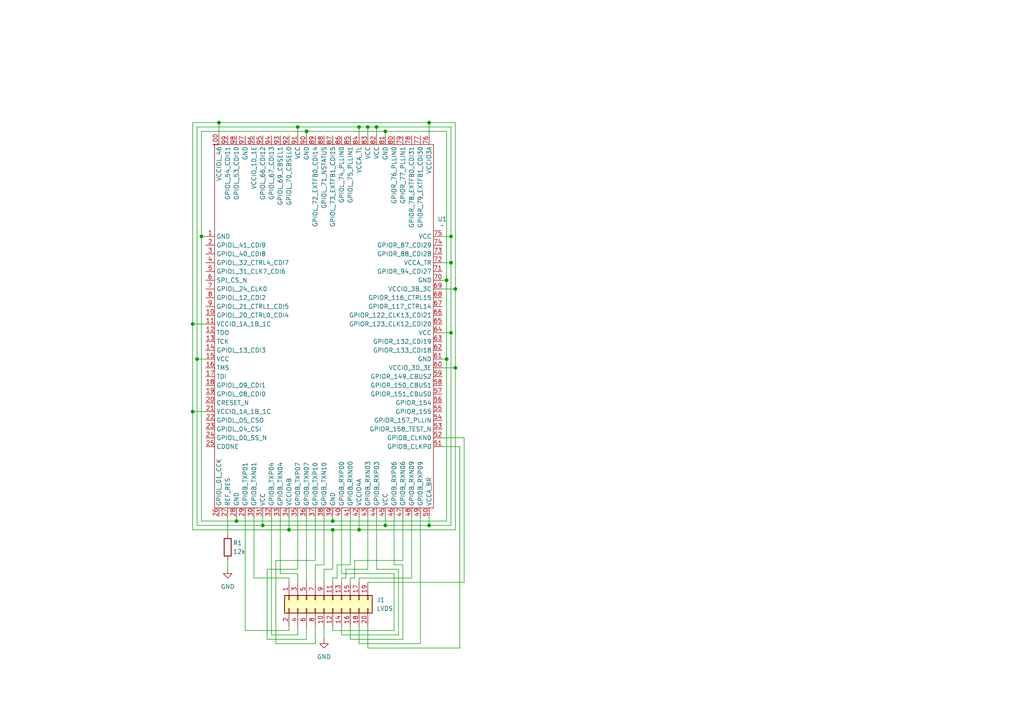
<source format=kicad_sch>
(kicad_sch
	(version 20231120)
	(generator "eeschema")
	(generator_version "8.0")
	(uuid "0fdad503-91e5-4f28-bc2b-946aca7a9295")
	(paper "A4")
	(lib_symbols
		(symbol "Connector_Generic:Conn_02x10_Odd_Even"
			(pin_names
				(offset 1.016) hide)
			(exclude_from_sim no)
			(in_bom yes)
			(on_board yes)
			(property "Reference" "J"
				(at 1.27 12.7 0)
				(effects
					(font
						(size 1.27 1.27)
					)
				)
			)
			(property "Value" "Conn_02x10_Odd_Even"
				(at 1.27 -15.24 0)
				(effects
					(font
						(size 1.27 1.27)
					)
				)
			)
			(property "Footprint" ""
				(at 0 0 0)
				(effects
					(font
						(size 1.27 1.27)
					)
					(hide yes)
				)
			)
			(property "Datasheet" "~"
				(at 0 0 0)
				(effects
					(font
						(size 1.27 1.27)
					)
					(hide yes)
				)
			)
			(property "Description" "Generic connector, double row, 02x10, odd/even pin numbering scheme (row 1 odd numbers, row 2 even numbers), script generated (kicad-library-utils/schlib/autogen/connector/)"
				(at 0 0 0)
				(effects
					(font
						(size 1.27 1.27)
					)
					(hide yes)
				)
			)
			(property "ki_keywords" "connector"
				(at 0 0 0)
				(effects
					(font
						(size 1.27 1.27)
					)
					(hide yes)
				)
			)
			(property "ki_fp_filters" "Connector*:*_2x??_*"
				(at 0 0 0)
				(effects
					(font
						(size 1.27 1.27)
					)
					(hide yes)
				)
			)
			(symbol "Conn_02x10_Odd_Even_1_1"
				(rectangle
					(start -1.27 -12.573)
					(end 0 -12.827)
					(stroke
						(width 0.1524)
						(type default)
					)
					(fill
						(type none)
					)
				)
				(rectangle
					(start -1.27 -10.033)
					(end 0 -10.287)
					(stroke
						(width 0.1524)
						(type default)
					)
					(fill
						(type none)
					)
				)
				(rectangle
					(start -1.27 -7.493)
					(end 0 -7.747)
					(stroke
						(width 0.1524)
						(type default)
					)
					(fill
						(type none)
					)
				)
				(rectangle
					(start -1.27 -4.953)
					(end 0 -5.207)
					(stroke
						(width 0.1524)
						(type default)
					)
					(fill
						(type none)
					)
				)
				(rectangle
					(start -1.27 -2.413)
					(end 0 -2.667)
					(stroke
						(width 0.1524)
						(type default)
					)
					(fill
						(type none)
					)
				)
				(rectangle
					(start -1.27 0.127)
					(end 0 -0.127)
					(stroke
						(width 0.1524)
						(type default)
					)
					(fill
						(type none)
					)
				)
				(rectangle
					(start -1.27 2.667)
					(end 0 2.413)
					(stroke
						(width 0.1524)
						(type default)
					)
					(fill
						(type none)
					)
				)
				(rectangle
					(start -1.27 5.207)
					(end 0 4.953)
					(stroke
						(width 0.1524)
						(type default)
					)
					(fill
						(type none)
					)
				)
				(rectangle
					(start -1.27 7.747)
					(end 0 7.493)
					(stroke
						(width 0.1524)
						(type default)
					)
					(fill
						(type none)
					)
				)
				(rectangle
					(start -1.27 10.287)
					(end 0 10.033)
					(stroke
						(width 0.1524)
						(type default)
					)
					(fill
						(type none)
					)
				)
				(rectangle
					(start -1.27 11.43)
					(end 3.81 -13.97)
					(stroke
						(width 0.254)
						(type default)
					)
					(fill
						(type background)
					)
				)
				(rectangle
					(start 3.81 -12.573)
					(end 2.54 -12.827)
					(stroke
						(width 0.1524)
						(type default)
					)
					(fill
						(type none)
					)
				)
				(rectangle
					(start 3.81 -10.033)
					(end 2.54 -10.287)
					(stroke
						(width 0.1524)
						(type default)
					)
					(fill
						(type none)
					)
				)
				(rectangle
					(start 3.81 -7.493)
					(end 2.54 -7.747)
					(stroke
						(width 0.1524)
						(type default)
					)
					(fill
						(type none)
					)
				)
				(rectangle
					(start 3.81 -4.953)
					(end 2.54 -5.207)
					(stroke
						(width 0.1524)
						(type default)
					)
					(fill
						(type none)
					)
				)
				(rectangle
					(start 3.81 -2.413)
					(end 2.54 -2.667)
					(stroke
						(width 0.1524)
						(type default)
					)
					(fill
						(type none)
					)
				)
				(rectangle
					(start 3.81 0.127)
					(end 2.54 -0.127)
					(stroke
						(width 0.1524)
						(type default)
					)
					(fill
						(type none)
					)
				)
				(rectangle
					(start 3.81 2.667)
					(end 2.54 2.413)
					(stroke
						(width 0.1524)
						(type default)
					)
					(fill
						(type none)
					)
				)
				(rectangle
					(start 3.81 5.207)
					(end 2.54 4.953)
					(stroke
						(width 0.1524)
						(type default)
					)
					(fill
						(type none)
					)
				)
				(rectangle
					(start 3.81 7.747)
					(end 2.54 7.493)
					(stroke
						(width 0.1524)
						(type default)
					)
					(fill
						(type none)
					)
				)
				(rectangle
					(start 3.81 10.287)
					(end 2.54 10.033)
					(stroke
						(width 0.1524)
						(type default)
					)
					(fill
						(type none)
					)
				)
				(pin passive line
					(at -5.08 10.16 0)
					(length 3.81)
					(name "Pin_1"
						(effects
							(font
								(size 1.27 1.27)
							)
						)
					)
					(number "1"
						(effects
							(font
								(size 1.27 1.27)
							)
						)
					)
				)
				(pin passive line
					(at 7.62 0 180)
					(length 3.81)
					(name "Pin_10"
						(effects
							(font
								(size 1.27 1.27)
							)
						)
					)
					(number "10"
						(effects
							(font
								(size 1.27 1.27)
							)
						)
					)
				)
				(pin passive line
					(at -5.08 -2.54 0)
					(length 3.81)
					(name "Pin_11"
						(effects
							(font
								(size 1.27 1.27)
							)
						)
					)
					(number "11"
						(effects
							(font
								(size 1.27 1.27)
							)
						)
					)
				)
				(pin passive line
					(at 7.62 -2.54 180)
					(length 3.81)
					(name "Pin_12"
						(effects
							(font
								(size 1.27 1.27)
							)
						)
					)
					(number "12"
						(effects
							(font
								(size 1.27 1.27)
							)
						)
					)
				)
				(pin passive line
					(at -5.08 -5.08 0)
					(length 3.81)
					(name "Pin_13"
						(effects
							(font
								(size 1.27 1.27)
							)
						)
					)
					(number "13"
						(effects
							(font
								(size 1.27 1.27)
							)
						)
					)
				)
				(pin passive line
					(at 7.62 -5.08 180)
					(length 3.81)
					(name "Pin_14"
						(effects
							(font
								(size 1.27 1.27)
							)
						)
					)
					(number "14"
						(effects
							(font
								(size 1.27 1.27)
							)
						)
					)
				)
				(pin passive line
					(at -5.08 -7.62 0)
					(length 3.81)
					(name "Pin_15"
						(effects
							(font
								(size 1.27 1.27)
							)
						)
					)
					(number "15"
						(effects
							(font
								(size 1.27 1.27)
							)
						)
					)
				)
				(pin passive line
					(at 7.62 -7.62 180)
					(length 3.81)
					(name "Pin_16"
						(effects
							(font
								(size 1.27 1.27)
							)
						)
					)
					(number "16"
						(effects
							(font
								(size 1.27 1.27)
							)
						)
					)
				)
				(pin passive line
					(at -5.08 -10.16 0)
					(length 3.81)
					(name "Pin_17"
						(effects
							(font
								(size 1.27 1.27)
							)
						)
					)
					(number "17"
						(effects
							(font
								(size 1.27 1.27)
							)
						)
					)
				)
				(pin passive line
					(at 7.62 -10.16 180)
					(length 3.81)
					(name "Pin_18"
						(effects
							(font
								(size 1.27 1.27)
							)
						)
					)
					(number "18"
						(effects
							(font
								(size 1.27 1.27)
							)
						)
					)
				)
				(pin passive line
					(at -5.08 -12.7 0)
					(length 3.81)
					(name "Pin_19"
						(effects
							(font
								(size 1.27 1.27)
							)
						)
					)
					(number "19"
						(effects
							(font
								(size 1.27 1.27)
							)
						)
					)
				)
				(pin passive line
					(at 7.62 10.16 180)
					(length 3.81)
					(name "Pin_2"
						(effects
							(font
								(size 1.27 1.27)
							)
						)
					)
					(number "2"
						(effects
							(font
								(size 1.27 1.27)
							)
						)
					)
				)
				(pin passive line
					(at 7.62 -12.7 180)
					(length 3.81)
					(name "Pin_20"
						(effects
							(font
								(size 1.27 1.27)
							)
						)
					)
					(number "20"
						(effects
							(font
								(size 1.27 1.27)
							)
						)
					)
				)
				(pin passive line
					(at -5.08 7.62 0)
					(length 3.81)
					(name "Pin_3"
						(effects
							(font
								(size 1.27 1.27)
							)
						)
					)
					(number "3"
						(effects
							(font
								(size 1.27 1.27)
							)
						)
					)
				)
				(pin passive line
					(at 7.62 7.62 180)
					(length 3.81)
					(name "Pin_4"
						(effects
							(font
								(size 1.27 1.27)
							)
						)
					)
					(number "4"
						(effects
							(font
								(size 1.27 1.27)
							)
						)
					)
				)
				(pin passive line
					(at -5.08 5.08 0)
					(length 3.81)
					(name "Pin_5"
						(effects
							(font
								(size 1.27 1.27)
							)
						)
					)
					(number "5"
						(effects
							(font
								(size 1.27 1.27)
							)
						)
					)
				)
				(pin passive line
					(at 7.62 5.08 180)
					(length 3.81)
					(name "Pin_6"
						(effects
							(font
								(size 1.27 1.27)
							)
						)
					)
					(number "6"
						(effects
							(font
								(size 1.27 1.27)
							)
						)
					)
				)
				(pin passive line
					(at -5.08 2.54 0)
					(length 3.81)
					(name "Pin_7"
						(effects
							(font
								(size 1.27 1.27)
							)
						)
					)
					(number "7"
						(effects
							(font
								(size 1.27 1.27)
							)
						)
					)
				)
				(pin passive line
					(at 7.62 2.54 180)
					(length 3.81)
					(name "Pin_8"
						(effects
							(font
								(size 1.27 1.27)
							)
						)
					)
					(number "8"
						(effects
							(font
								(size 1.27 1.27)
							)
						)
					)
				)
				(pin passive line
					(at -5.08 0 0)
					(length 3.81)
					(name "Pin_9"
						(effects
							(font
								(size 1.27 1.27)
							)
						)
					)
					(number "9"
						(effects
							(font
								(size 1.27 1.27)
							)
						)
					)
				)
			)
		)
		(symbol "Device:R"
			(pin_numbers hide)
			(pin_names
				(offset 0)
			)
			(exclude_from_sim no)
			(in_bom yes)
			(on_board yes)
			(property "Reference" "R"
				(at 2.032 0 90)
				(effects
					(font
						(size 1.27 1.27)
					)
				)
			)
			(property "Value" "R"
				(at 0 0 90)
				(effects
					(font
						(size 1.27 1.27)
					)
				)
			)
			(property "Footprint" ""
				(at -1.778 0 90)
				(effects
					(font
						(size 1.27 1.27)
					)
					(hide yes)
				)
			)
			(property "Datasheet" "~"
				(at 0 0 0)
				(effects
					(font
						(size 1.27 1.27)
					)
					(hide yes)
				)
			)
			(property "Description" "Resistor"
				(at 0 0 0)
				(effects
					(font
						(size 1.27 1.27)
					)
					(hide yes)
				)
			)
			(property "ki_keywords" "R res resistor"
				(at 0 0 0)
				(effects
					(font
						(size 1.27 1.27)
					)
					(hide yes)
				)
			)
			(property "ki_fp_filters" "R_*"
				(at 0 0 0)
				(effects
					(font
						(size 1.27 1.27)
					)
					(hide yes)
				)
			)
			(symbol "R_0_1"
				(rectangle
					(start -1.016 -2.54)
					(end 1.016 2.54)
					(stroke
						(width 0.254)
						(type default)
					)
					(fill
						(type none)
					)
				)
			)
			(symbol "R_1_1"
				(pin passive line
					(at 0 3.81 270)
					(length 1.27)
					(name "~"
						(effects
							(font
								(size 1.27 1.27)
							)
						)
					)
					(number "1"
						(effects
							(font
								(size 1.27 1.27)
							)
						)
					)
				)
				(pin passive line
					(at 0 -3.81 90)
					(length 1.27)
					(name "~"
						(effects
							(font
								(size 1.27 1.27)
							)
						)
					)
					(number "2"
						(effects
							(font
								(size 1.27 1.27)
							)
						)
					)
				)
			)
		)
		(symbol "efinix:T20_100Pin"
			(exclude_from_sim no)
			(in_bom yes)
			(on_board yes)
			(property "Reference" "U"
				(at 33.782 51.562 0)
				(effects
					(font
						(size 1.27 1.27)
					)
				)
			)
			(property "Value" ""
				(at 11.43 -19.05 0)
				(effects
					(font
						(size 1.27 1.27)
					)
				)
			)
			(property "Footprint" ""
				(at 11.43 -19.05 0)
				(effects
					(font
						(size 1.27 1.27)
					)
					(hide yes)
				)
			)
			(property "Datasheet" ""
				(at 11.43 -19.05 0)
				(effects
					(font
						(size 1.27 1.27)
					)
					(hide yes)
				)
			)
			(property "Description" ""
				(at 11.43 -19.05 0)
				(effects
					(font
						(size 1.27 1.27)
					)
					(hide yes)
				)
			)
			(symbol "T20_100Pin_0_1"
				(rectangle
					(start -31.75 50.8)
					(end 31.75 -54.61)
					(stroke
						(width 0)
						(type default)
					)
					(fill
						(type none)
					)
				)
			)
			(symbol "T20_100Pin_1_1"
				(pin power_in line
					(at -34.29 24.13 0)
					(length 2.54)
					(name "GND"
						(effects
							(font
								(size 1.27 1.27)
							)
						)
					)
					(number "1"
						(effects
							(font
								(size 1.27 1.27)
							)
						)
					)
				)
				(pin bidirectional line
					(at -34.29 1.27 0)
					(length 2.54)
					(name "GPIOL_20_CTRL0_CDI4"
						(effects
							(font
								(size 1.27 1.27)
							)
						)
					)
					(number "10"
						(effects
							(font
								(size 1.27 1.27)
							)
						)
					)
				)
				(pin bidirectional line
					(at -30.48 53.34 270)
					(length 2.54)
					(name "VCCIOL_46"
						(effects
							(font
								(size 1.27 1.27)
							)
						)
					)
					(number "100"
						(effects
							(font
								(size 1.27 1.27)
							)
						)
					)
				)
				(pin power_in line
					(at -34.29 -1.27 0)
					(length 2.54)
					(name "VCCIO_1A_1B_1C"
						(effects
							(font
								(size 1.27 1.27)
							)
						)
					)
					(number "11"
						(effects
							(font
								(size 1.27 1.27)
							)
						)
					)
				)
				(pin output line
					(at -34.29 -3.81 0)
					(length 2.54)
					(name "TDO"
						(effects
							(font
								(size 1.27 1.27)
							)
						)
					)
					(number "12"
						(effects
							(font
								(size 1.27 1.27)
							)
						)
					)
				)
				(pin input line
					(at -34.29 -6.35 0)
					(length 2.54)
					(name "TCK"
						(effects
							(font
								(size 1.27 1.27)
							)
						)
					)
					(number "13"
						(effects
							(font
								(size 1.27 1.27)
							)
						)
					)
				)
				(pin bidirectional line
					(at -34.29 -8.89 0)
					(length 2.54)
					(name "GPIOL_13_CDI3"
						(effects
							(font
								(size 1.27 1.27)
							)
						)
					)
					(number "14"
						(effects
							(font
								(size 1.27 1.27)
							)
						)
					)
				)
				(pin power_in line
					(at -34.29 -11.43 0)
					(length 2.54)
					(name "VCC"
						(effects
							(font
								(size 1.27 1.27)
							)
						)
					)
					(number "15"
						(effects
							(font
								(size 1.27 1.27)
							)
						)
					)
				)
				(pin input line
					(at -34.29 -13.97 0)
					(length 2.54)
					(name "TMS"
						(effects
							(font
								(size 1.27 1.27)
							)
						)
					)
					(number "16"
						(effects
							(font
								(size 1.27 1.27)
							)
						)
					)
				)
				(pin input line
					(at -34.29 -16.51 0)
					(length 2.54)
					(name "TDI"
						(effects
							(font
								(size 1.27 1.27)
							)
						)
					)
					(number "17"
						(effects
							(font
								(size 1.27 1.27)
							)
						)
					)
				)
				(pin bidirectional line
					(at -34.29 -19.05 0)
					(length 2.54)
					(name "GPIOL_09_CDI1"
						(effects
							(font
								(size 1.27 1.27)
							)
						)
					)
					(number "18"
						(effects
							(font
								(size 1.27 1.27)
							)
						)
					)
				)
				(pin bidirectional line
					(at -34.29 -21.59 0)
					(length 2.54)
					(name "GPIOL_08_CDI0"
						(effects
							(font
								(size 1.27 1.27)
							)
						)
					)
					(number "19"
						(effects
							(font
								(size 1.27 1.27)
							)
						)
					)
				)
				(pin bidirectional line
					(at -34.29 21.59 0)
					(length 2.54)
					(name "GPIOL_41_CDI9"
						(effects
							(font
								(size 1.27 1.27)
							)
						)
					)
					(number "2"
						(effects
							(font
								(size 1.27 1.27)
							)
						)
					)
				)
				(pin input line
					(at -34.29 -24.13 0)
					(length 2.54)
					(name "CRESET_N"
						(effects
							(font
								(size 1.27 1.27)
							)
						)
					)
					(number "20"
						(effects
							(font
								(size 1.27 1.27)
							)
						)
					)
				)
				(pin power_in line
					(at -34.29 -26.67 0)
					(length 2.54)
					(name "VCCIO_1A_1B_1C"
						(effects
							(font
								(size 1.27 1.27)
							)
						)
					)
					(number "21"
						(effects
							(font
								(size 1.27 1.27)
							)
						)
					)
				)
				(pin bidirectional line
					(at -34.29 -29.21 0)
					(length 2.54)
					(name "GPIOL_05_CSO"
						(effects
							(font
								(size 1.27 1.27)
							)
						)
					)
					(number "22"
						(effects
							(font
								(size 1.27 1.27)
							)
						)
					)
				)
				(pin bidirectional line
					(at -34.29 -31.75 0)
					(length 2.54)
					(name "GPIOL_04_CSI"
						(effects
							(font
								(size 1.27 1.27)
							)
						)
					)
					(number "23"
						(effects
							(font
								(size 1.27 1.27)
							)
						)
					)
				)
				(pin bidirectional line
					(at -34.29 -34.29 0)
					(length 2.54)
					(name "GPIOL_00_SS_N"
						(effects
							(font
								(size 1.27 1.27)
							)
						)
					)
					(number "24"
						(effects
							(font
								(size 1.27 1.27)
							)
						)
					)
				)
				(pin output line
					(at -34.29 -36.83 0)
					(length 2.54)
					(name "CDONE"
						(effects
							(font
								(size 1.27 1.27)
							)
						)
					)
					(number "25"
						(effects
							(font
								(size 1.27 1.27)
							)
						)
					)
				)
				(pin bidirectional line
					(at -30.48 -57.15 90)
					(length 2.54)
					(name "GPIOL_01_CCK"
						(effects
							(font
								(size 1.27 1.27)
							)
						)
					)
					(number "26"
						(effects
							(font
								(size 1.27 1.27)
							)
						)
					)
				)
				(pin output line
					(at -27.94 -57.15 90)
					(length 2.54)
					(name "REF_RES"
						(effects
							(font
								(size 1.27 1.27)
							)
						)
					)
					(number "27"
						(effects
							(font
								(size 1.27 1.27)
							)
						)
					)
				)
				(pin power_in line
					(at -25.4 -57.15 90)
					(length 2.54)
					(name "GND"
						(effects
							(font
								(size 1.27 1.27)
							)
						)
					)
					(number "28"
						(effects
							(font
								(size 1.27 1.27)
							)
						)
					)
				)
				(pin output line
					(at -22.86 -57.15 90)
					(length 2.54)
					(name "GPIOB_TXP01"
						(effects
							(font
								(size 1.27 1.27)
							)
						)
					)
					(number "29"
						(effects
							(font
								(size 1.27 1.27)
							)
						)
					)
				)
				(pin bidirectional line
					(at -34.29 19.05 0)
					(length 2.54)
					(name "GPIOL_40_CDI8"
						(effects
							(font
								(size 1.27 1.27)
							)
						)
					)
					(number "3"
						(effects
							(font
								(size 1.27 1.27)
							)
						)
					)
				)
				(pin output line
					(at -20.32 -57.15 90)
					(length 2.54)
					(name "GPIOB_TXN01"
						(effects
							(font
								(size 1.27 1.27)
							)
						)
					)
					(number "30"
						(effects
							(font
								(size 1.27 1.27)
							)
						)
					)
				)
				(pin power_in line
					(at -17.78 -57.15 90)
					(length 2.54)
					(name "VCC"
						(effects
							(font
								(size 1.27 1.27)
							)
						)
					)
					(number "31"
						(effects
							(font
								(size 1.27 1.27)
							)
						)
					)
				)
				(pin output line
					(at -15.24 -57.15 90)
					(length 2.54)
					(name "GPIOB_TXP04"
						(effects
							(font
								(size 1.27 1.27)
							)
						)
					)
					(number "32"
						(effects
							(font
								(size 1.27 1.27)
							)
						)
					)
				)
				(pin output line
					(at -12.7 -57.15 90)
					(length 2.54)
					(name "GPIOB_TXN04"
						(effects
							(font
								(size 1.27 1.27)
							)
						)
					)
					(number "33"
						(effects
							(font
								(size 1.27 1.27)
							)
						)
					)
				)
				(pin power_in line
					(at -10.16 -57.15 90)
					(length 2.54)
					(name "VCCIO4B"
						(effects
							(font
								(size 1.27 1.27)
							)
						)
					)
					(number "34"
						(effects
							(font
								(size 1.27 1.27)
							)
						)
					)
				)
				(pin output line
					(at -7.62 -57.15 90)
					(length 2.54)
					(name "GPIOB_TXP07"
						(effects
							(font
								(size 1.27 1.27)
							)
						)
					)
					(number "35"
						(effects
							(font
								(size 1.27 1.27)
							)
						)
					)
				)
				(pin output line
					(at -5.08 -57.15 90)
					(length 2.54)
					(name "GPIOB_TXN07"
						(effects
							(font
								(size 1.27 1.27)
							)
						)
					)
					(number "36"
						(effects
							(font
								(size 1.27 1.27)
							)
						)
					)
				)
				(pin output line
					(at -2.54 -57.15 90)
					(length 2.54)
					(name "GPIOB_TXP10"
						(effects
							(font
								(size 1.27 1.27)
							)
						)
					)
					(number "37"
						(effects
							(font
								(size 1.27 1.27)
							)
						)
					)
				)
				(pin output line
					(at 0 -57.15 90)
					(length 2.54)
					(name "GPIOB_TXN10"
						(effects
							(font
								(size 1.27 1.27)
							)
						)
					)
					(number "38"
						(effects
							(font
								(size 1.27 1.27)
							)
						)
					)
				)
				(pin power_in line
					(at 2.54 -57.15 90)
					(length 2.54)
					(name "GND"
						(effects
							(font
								(size 1.27 1.27)
							)
						)
					)
					(number "39"
						(effects
							(font
								(size 1.27 1.27)
							)
						)
					)
				)
				(pin bidirectional line
					(at -34.29 16.51 0)
					(length 2.54)
					(name "GPIOL_32_CTRL4_CDI7"
						(effects
							(font
								(size 1.27 1.27)
							)
						)
					)
					(number "4"
						(effects
							(font
								(size 1.27 1.27)
							)
						)
					)
				)
				(pin input line
					(at 5.08 -57.15 90)
					(length 2.54)
					(name "GPIOB_RXP00"
						(effects
							(font
								(size 1.27 1.27)
							)
						)
					)
					(number "40"
						(effects
							(font
								(size 1.27 1.27)
							)
						)
					)
				)
				(pin input line
					(at 7.62 -57.15 90)
					(length 2.54)
					(name "GPIOB_RXN00"
						(effects
							(font
								(size 1.27 1.27)
							)
						)
					)
					(number "41"
						(effects
							(font
								(size 1.27 1.27)
							)
						)
					)
				)
				(pin power_in line
					(at 10.16 -57.15 90)
					(length 2.54)
					(name "VCCIO4A"
						(effects
							(font
								(size 1.27 1.27)
							)
						)
					)
					(number "42"
						(effects
							(font
								(size 1.27 1.27)
							)
						)
					)
				)
				(pin input line
					(at 12.7 -57.15 90)
					(length 2.54)
					(name "GPIOB_RXN03"
						(effects
							(font
								(size 1.27 1.27)
							)
						)
					)
					(number "43"
						(effects
							(font
								(size 1.27 1.27)
							)
						)
					)
				)
				(pin input line
					(at 15.24 -57.15 90)
					(length 2.54)
					(name "GPIOB_RXP03"
						(effects
							(font
								(size 1.27 1.27)
							)
						)
					)
					(number "44"
						(effects
							(font
								(size 1.27 1.27)
							)
						)
					)
				)
				(pin power_in line
					(at 17.78 -57.15 90)
					(length 2.54)
					(name "VCC"
						(effects
							(font
								(size 1.27 1.27)
							)
						)
					)
					(number "45"
						(effects
							(font
								(size 1.27 1.27)
							)
						)
					)
				)
				(pin input line
					(at 20.32 -57.15 90)
					(length 2.54)
					(name "GPIOB_RXP06"
						(effects
							(font
								(size 1.27 1.27)
							)
						)
					)
					(number "46"
						(effects
							(font
								(size 1.27 1.27)
							)
						)
					)
				)
				(pin input line
					(at 22.86 -57.15 90)
					(length 2.54)
					(name "GPIOB_RXN06"
						(effects
							(font
								(size 1.27 1.27)
							)
						)
					)
					(number "47"
						(effects
							(font
								(size 1.27 1.27)
							)
						)
					)
				)
				(pin input line
					(at 25.4 -57.15 90)
					(length 2.54)
					(name "GPIOB_RXN09"
						(effects
							(font
								(size 1.27 1.27)
							)
						)
					)
					(number "48"
						(effects
							(font
								(size 1.27 1.27)
							)
						)
					)
				)
				(pin input line
					(at 27.94 -57.15 90)
					(length 2.54)
					(name "GPIOB_RXP09"
						(effects
							(font
								(size 1.27 1.27)
							)
						)
					)
					(number "49"
						(effects
							(font
								(size 1.27 1.27)
							)
						)
					)
				)
				(pin bidirectional line
					(at -34.29 13.97 0)
					(length 2.54)
					(name "GPIOL_31_CLK7_CDI6"
						(effects
							(font
								(size 1.27 1.27)
							)
						)
					)
					(number "5"
						(effects
							(font
								(size 1.27 1.27)
							)
						)
					)
				)
				(pin power_in line
					(at 30.48 -57.15 90)
					(length 2.54)
					(name "VCCA_BR"
						(effects
							(font
								(size 1.27 1.27)
							)
						)
					)
					(number "50"
						(effects
							(font
								(size 1.27 1.27)
							)
						)
					)
				)
				(pin input line
					(at 34.29 -36.83 180)
					(length 2.54)
					(name "GPIOB_CLKP0"
						(effects
							(font
								(size 1.27 1.27)
							)
						)
					)
					(number "51"
						(effects
							(font
								(size 1.27 1.27)
							)
						)
					)
				)
				(pin input line
					(at 34.29 -34.29 180)
					(length 2.54)
					(name "GPIOB_CLKN0"
						(effects
							(font
								(size 1.27 1.27)
							)
						)
					)
					(number "52"
						(effects
							(font
								(size 1.27 1.27)
							)
						)
					)
				)
				(pin bidirectional line
					(at 34.29 -31.75 180)
					(length 2.54)
					(name "GPIOR_158_TEST_N"
						(effects
							(font
								(size 1.27 1.27)
							)
						)
					)
					(number "53"
						(effects
							(font
								(size 1.27 1.27)
							)
						)
					)
				)
				(pin bidirectional line
					(at 34.29 -29.21 180)
					(length 2.54)
					(name "GPIOR_157_PLLIN"
						(effects
							(font
								(size 1.27 1.27)
							)
						)
					)
					(number "54"
						(effects
							(font
								(size 1.27 1.27)
							)
						)
					)
				)
				(pin bidirectional line
					(at 34.29 -26.67 180)
					(length 2.54)
					(name "GPIOR_155"
						(effects
							(font
								(size 1.27 1.27)
							)
						)
					)
					(number "55"
						(effects
							(font
								(size 1.27 1.27)
							)
						)
					)
				)
				(pin bidirectional line
					(at 34.29 -24.13 180)
					(length 2.54)
					(name "GPIOR_154"
						(effects
							(font
								(size 1.27 1.27)
							)
						)
					)
					(number "56"
						(effects
							(font
								(size 1.27 1.27)
							)
						)
					)
				)
				(pin bidirectional line
					(at 34.29 -21.59 180)
					(length 2.54)
					(name "GPIOR_151_CBUS0"
						(effects
							(font
								(size 1.27 1.27)
							)
						)
					)
					(number "57"
						(effects
							(font
								(size 1.27 1.27)
							)
						)
					)
				)
				(pin bidirectional line
					(at 34.29 -19.05 180)
					(length 2.54)
					(name "GPIOR_150_CBUS1"
						(effects
							(font
								(size 1.27 1.27)
							)
						)
					)
					(number "58"
						(effects
							(font
								(size 1.27 1.27)
							)
						)
					)
				)
				(pin bidirectional line
					(at 34.29 -16.51 180)
					(length 2.54)
					(name "GPIOR_149_CBUS2"
						(effects
							(font
								(size 1.27 1.27)
							)
						)
					)
					(number "59"
						(effects
							(font
								(size 1.27 1.27)
							)
						)
					)
				)
				(pin output line
					(at -34.29 11.43 0)
					(length 2.54)
					(name "SPI_CS_N"
						(effects
							(font
								(size 1.27 1.27)
							)
						)
					)
					(number "6"
						(effects
							(font
								(size 1.27 1.27)
							)
						)
					)
				)
				(pin power_in line
					(at 34.29 -13.97 180)
					(length 2.54)
					(name "VCCIO_3D_3E"
						(effects
							(font
								(size 1.27 1.27)
							)
						)
					)
					(number "60"
						(effects
							(font
								(size 1.27 1.27)
							)
						)
					)
				)
				(pin power_in line
					(at 34.29 -11.43 180)
					(length 2.54)
					(name "GND"
						(effects
							(font
								(size 1.27 1.27)
							)
						)
					)
					(number "61"
						(effects
							(font
								(size 1.27 1.27)
							)
						)
					)
				)
				(pin bidirectional line
					(at 34.29 -8.89 180)
					(length 2.54)
					(name "GPIOR_133_CDI18"
						(effects
							(font
								(size 1.27 1.27)
							)
						)
					)
					(number "62"
						(effects
							(font
								(size 1.27 1.27)
							)
						)
					)
				)
				(pin bidirectional line
					(at 34.29 -6.35 180)
					(length 2.54)
					(name "GPIOR_132_CDI19"
						(effects
							(font
								(size 1.27 1.27)
							)
						)
					)
					(number "63"
						(effects
							(font
								(size 1.27 1.27)
							)
						)
					)
				)
				(pin power_in line
					(at 34.29 -3.81 180)
					(length 2.54)
					(name "VCC"
						(effects
							(font
								(size 1.27 1.27)
							)
						)
					)
					(number "64"
						(effects
							(font
								(size 1.27 1.27)
							)
						)
					)
				)
				(pin bidirectional line
					(at 34.29 -1.27 180)
					(length 2.54)
					(name "GPIOR_123_CLK12_CDI20"
						(effects
							(font
								(size 1.27 1.27)
							)
						)
					)
					(number "65"
						(effects
							(font
								(size 1.27 1.27)
							)
						)
					)
				)
				(pin bidirectional line
					(at 34.29 1.27 180)
					(length 2.54)
					(name "GPIOR_122_CLK13_CDI21"
						(effects
							(font
								(size 1.27 1.27)
							)
						)
					)
					(number "66"
						(effects
							(font
								(size 1.27 1.27)
							)
						)
					)
				)
				(pin bidirectional line
					(at 34.29 3.81 180)
					(length 2.54)
					(name "GPIOR_117_CTRL14"
						(effects
							(font
								(size 1.27 1.27)
							)
						)
					)
					(number "67"
						(effects
							(font
								(size 1.27 1.27)
							)
						)
					)
				)
				(pin bidirectional line
					(at 34.29 6.35 180)
					(length 2.54)
					(name "GPIOR_116_CTRL15"
						(effects
							(font
								(size 1.27 1.27)
							)
						)
					)
					(number "68"
						(effects
							(font
								(size 1.27 1.27)
							)
						)
					)
				)
				(pin power_in line
					(at 34.29 8.89 180)
					(length 2.54)
					(name "VCCIO_3B_3C"
						(effects
							(font
								(size 1.27 1.27)
							)
						)
					)
					(number "69"
						(effects
							(font
								(size 1.27 1.27)
							)
						)
					)
				)
				(pin bidirectional line
					(at -34.29 8.89 0)
					(length 2.54)
					(name "GPIOL_24_CLK0"
						(effects
							(font
								(size 1.27 1.27)
							)
						)
					)
					(number "7"
						(effects
							(font
								(size 1.27 1.27)
							)
						)
					)
				)
				(pin power_in line
					(at 34.29 11.43 180)
					(length 2.54)
					(name "GND"
						(effects
							(font
								(size 1.27 1.27)
							)
						)
					)
					(number "70"
						(effects
							(font
								(size 1.27 1.27)
							)
						)
					)
				)
				(pin bidirectional line
					(at 34.29 13.97 180)
					(length 2.54)
					(name "GPIOR_94_CDI27"
						(effects
							(font
								(size 1.27 1.27)
							)
						)
					)
					(number "71"
						(effects
							(font
								(size 1.27 1.27)
							)
						)
					)
				)
				(pin power_in line
					(at 34.29 16.51 180)
					(length 2.54)
					(name "VCCA_TR"
						(effects
							(font
								(size 1.27 1.27)
							)
						)
					)
					(number "72"
						(effects
							(font
								(size 1.27 1.27)
							)
						)
					)
				)
				(pin bidirectional line
					(at 34.29 19.05 180)
					(length 2.54)
					(name "GPIOR_88_CDI28"
						(effects
							(font
								(size 1.27 1.27)
							)
						)
					)
					(number "73"
						(effects
							(font
								(size 1.27 1.27)
							)
						)
					)
				)
				(pin bidirectional line
					(at 34.29 21.59 180)
					(length 2.54)
					(name "GPIOR_87_CDI29"
						(effects
							(font
								(size 1.27 1.27)
							)
						)
					)
					(number "74"
						(effects
							(font
								(size 1.27 1.27)
							)
						)
					)
				)
				(pin power_in line
					(at 34.29 24.13 180)
					(length 2.54)
					(name "VCC"
						(effects
							(font
								(size 1.27 1.27)
							)
						)
					)
					(number "75"
						(effects
							(font
								(size 1.27 1.27)
							)
						)
					)
				)
				(pin power_in line
					(at 30.48 53.34 270)
					(length 2.54)
					(name "VCCIO3A"
						(effects
							(font
								(size 1.27 1.27)
							)
						)
					)
					(number "76"
						(effects
							(font
								(size 1.27 1.27)
							)
						)
					)
				)
				(pin bidirectional line
					(at 27.94 53.34 270)
					(length 2.54)
					(name "GPIOR_79_EXTFB1_CDI30"
						(effects
							(font
								(size 1.27 1.27)
							)
						)
					)
					(number "77"
						(effects
							(font
								(size 1.27 1.27)
							)
						)
					)
				)
				(pin bidirectional line
					(at 25.4 53.34 270)
					(length 2.54)
					(name "GPIOR_78_EXTFB0_CDI31"
						(effects
							(font
								(size 1.27 1.27)
							)
						)
					)
					(number "78"
						(effects
							(font
								(size 1.27 1.27)
							)
						)
					)
				)
				(pin bidirectional line
					(at 22.86 53.34 270)
					(length 2.54)
					(name "GPIOR_77_PLLIN1"
						(effects
							(font
								(size 1.27 1.27)
							)
						)
					)
					(number "79"
						(effects
							(font
								(size 1.27 1.27)
							)
						)
					)
				)
				(pin bidirectional line
					(at -34.29 6.35 0)
					(length 2.54)
					(name "GPIOL_12_CDI2"
						(effects
							(font
								(size 1.27 1.27)
							)
						)
					)
					(number "8"
						(effects
							(font
								(size 1.27 1.27)
							)
						)
					)
				)
				(pin bidirectional line
					(at 20.32 53.34 270)
					(length 2.54)
					(name "GPIOR_76_PLLIN0"
						(effects
							(font
								(size 1.27 1.27)
							)
						)
					)
					(number "80"
						(effects
							(font
								(size 1.27 1.27)
							)
						)
					)
				)
				(pin power_in line
					(at 17.78 53.34 270)
					(length 2.54)
					(name "GND"
						(effects
							(font
								(size 1.27 1.27)
							)
						)
					)
					(number "81"
						(effects
							(font
								(size 1.27 1.27)
							)
						)
					)
				)
				(pin power_in line
					(at 15.24 53.34 270)
					(length 2.54)
					(name "VCC"
						(effects
							(font
								(size 1.27 1.27)
							)
						)
					)
					(number "82"
						(effects
							(font
								(size 1.27 1.27)
							)
						)
					)
				)
				(pin power_in line
					(at 12.7 53.34 270)
					(length 2.54)
					(name "VCC"
						(effects
							(font
								(size 1.27 1.27)
							)
						)
					)
					(number "83"
						(effects
							(font
								(size 1.27 1.27)
							)
						)
					)
				)
				(pin power_in line
					(at 10.16 53.34 270)
					(length 2.54)
					(name "VCCA_TL"
						(effects
							(font
								(size 1.27 1.27)
							)
						)
					)
					(number "84"
						(effects
							(font
								(size 1.27 1.27)
							)
						)
					)
				)
				(pin bidirectional line
					(at 7.62 53.34 270)
					(length 2.54)
					(name "GPIOL_75_PLLIN1"
						(effects
							(font
								(size 1.27 1.27)
							)
						)
					)
					(number "85"
						(effects
							(font
								(size 1.27 1.27)
							)
						)
					)
				)
				(pin bidirectional line
					(at 5.08 53.34 270)
					(length 2.54)
					(name "GPIOL_74_PLLIN0"
						(effects
							(font
								(size 1.27 1.27)
							)
						)
					)
					(number "86"
						(effects
							(font
								(size 1.27 1.27)
							)
						)
					)
				)
				(pin bidirectional line
					(at 2.54 53.34 270)
					(length 2.54)
					(name "GPIOL_73_EXTFB1_CDI15"
						(effects
							(font
								(size 1.27 1.27)
							)
						)
					)
					(number "87"
						(effects
							(font
								(size 1.27 1.27)
							)
						)
					)
				)
				(pin bidirectional line
					(at 0 53.34 270)
					(length 2.54)
					(name "GPIOL_71_NSTATUS"
						(effects
							(font
								(size 1.27 1.27)
							)
						)
					)
					(number "88"
						(effects
							(font
								(size 1.27 1.27)
							)
						)
					)
				)
				(pin bidirectional line
					(at -2.54 53.34 270)
					(length 2.54)
					(name "GPIOL_72_EXTFB0_CDI14"
						(effects
							(font
								(size 1.27 1.27)
							)
						)
					)
					(number "89"
						(effects
							(font
								(size 1.27 1.27)
							)
						)
					)
				)
				(pin bidirectional line
					(at -34.29 3.81 0)
					(length 2.54)
					(name "GPIOL_21_CTRL1_CDI5"
						(effects
							(font
								(size 1.27 1.27)
							)
						)
					)
					(number "9"
						(effects
							(font
								(size 1.27 1.27)
							)
						)
					)
				)
				(pin power_in line
					(at -5.08 53.34 270)
					(length 2.54)
					(name "GND"
						(effects
							(font
								(size 1.27 1.27)
							)
						)
					)
					(number "90"
						(effects
							(font
								(size 1.27 1.27)
							)
						)
					)
				)
				(pin power_in line
					(at -7.62 53.34 270)
					(length 2.54)
					(name "VCC"
						(effects
							(font
								(size 1.27 1.27)
							)
						)
					)
					(number "91"
						(effects
							(font
								(size 1.27 1.27)
							)
						)
					)
				)
				(pin bidirectional line
					(at -10.16 53.34 270)
					(length 2.54)
					(name "GPIOL_70_CBSEL0"
						(effects
							(font
								(size 1.27 1.27)
							)
						)
					)
					(number "92"
						(effects
							(font
								(size 1.27 1.27)
							)
						)
					)
				)
				(pin bidirectional line
					(at -12.7 53.34 270)
					(length 2.54)
					(name "GPIOL_69_CBSEL1"
						(effects
							(font
								(size 1.27 1.27)
							)
						)
					)
					(number "93"
						(effects
							(font
								(size 1.27 1.27)
							)
						)
					)
				)
				(pin bidirectional line
					(at -15.24 53.34 270)
					(length 2.54)
					(name "GPIOL_67_CDI13"
						(effects
							(font
								(size 1.27 1.27)
							)
						)
					)
					(number "94"
						(effects
							(font
								(size 1.27 1.27)
							)
						)
					)
				)
				(pin bidirectional line
					(at -17.78 53.34 270)
					(length 2.54)
					(name "GPIOL_66_CDI12"
						(effects
							(font
								(size 1.27 1.27)
							)
						)
					)
					(number "95"
						(effects
							(font
								(size 1.27 1.27)
							)
						)
					)
				)
				(pin power_in line
					(at -20.32 53.34 270)
					(length 2.54)
					(name "VCCIO_1D_1E"
						(effects
							(font
								(size 1.27 1.27)
							)
						)
					)
					(number "96"
						(effects
							(font
								(size 1.27 1.27)
							)
						)
					)
				)
				(pin power_in line
					(at -22.86 53.34 270)
					(length 2.54)
					(name "GND"
						(effects
							(font
								(size 1.27 1.27)
							)
						)
					)
					(number "97"
						(effects
							(font
								(size 1.27 1.27)
							)
						)
					)
				)
				(pin bidirectional line
					(at -25.4 53.34 270)
					(length 2.54)
					(name "GPIOL_53_CDI10"
						(effects
							(font
								(size 1.27 1.27)
							)
						)
					)
					(number "98"
						(effects
							(font
								(size 1.27 1.27)
							)
						)
					)
				)
				(pin bidirectional line
					(at -27.94 53.34 270)
					(length 2.54)
					(name "GPIOL_54_CDI11"
						(effects
							(font
								(size 1.27 1.27)
							)
						)
					)
					(number "99"
						(effects
							(font
								(size 1.27 1.27)
							)
						)
					)
				)
			)
		)
		(symbol "power:GND"
			(power)
			(pin_numbers hide)
			(pin_names
				(offset 0) hide)
			(exclude_from_sim no)
			(in_bom yes)
			(on_board yes)
			(property "Reference" "#PWR"
				(at 0 -6.35 0)
				(effects
					(font
						(size 1.27 1.27)
					)
					(hide yes)
				)
			)
			(property "Value" "GND"
				(at 0 -3.81 0)
				(effects
					(font
						(size 1.27 1.27)
					)
				)
			)
			(property "Footprint" ""
				(at 0 0 0)
				(effects
					(font
						(size 1.27 1.27)
					)
					(hide yes)
				)
			)
			(property "Datasheet" ""
				(at 0 0 0)
				(effects
					(font
						(size 1.27 1.27)
					)
					(hide yes)
				)
			)
			(property "Description" "Power symbol creates a global label with name \"GND\" , ground"
				(at 0 0 0)
				(effects
					(font
						(size 1.27 1.27)
					)
					(hide yes)
				)
			)
			(property "ki_keywords" "global power"
				(at 0 0 0)
				(effects
					(font
						(size 1.27 1.27)
					)
					(hide yes)
				)
			)
			(symbol "GND_0_1"
				(polyline
					(pts
						(xy 0 0) (xy 0 -1.27) (xy 1.27 -1.27) (xy 0 -2.54) (xy -1.27 -1.27) (xy 0 -1.27)
					)
					(stroke
						(width 0)
						(type default)
					)
					(fill
						(type none)
					)
				)
			)
			(symbol "GND_1_1"
				(pin power_in line
					(at 0 0 270)
					(length 0)
					(name "~"
						(effects
							(font
								(size 1.27 1.27)
							)
						)
					)
					(number "1"
						(effects
							(font
								(size 1.27 1.27)
							)
						)
					)
				)
			)
		)
	)
	(junction
		(at 86.36 36.83)
		(diameter 0)
		(color 0 0 0 0)
		(uuid "2d48f061-72d3-4227-a78e-89b6203e30d0")
	)
	(junction
		(at 96.52 153.67)
		(diameter 0)
		(color 0 0 0 0)
		(uuid "314b9adc-e8b2-480d-a73b-254e0da3afe1")
	)
	(junction
		(at 111.76 38.1)
		(diameter 0)
		(color 0 0 0 0)
		(uuid "4bea8ef8-fc05-48aa-b6f1-107761087763")
	)
	(junction
		(at 106.68 36.83)
		(diameter 0)
		(color 0 0 0 0)
		(uuid "4e4e239e-d705-4023-9b36-a37a45f332a0")
	)
	(junction
		(at 104.14 153.67)
		(diameter 0)
		(color 0 0 0 0)
		(uuid "514b5687-4a2c-4a70-9504-5ead4681bd66")
	)
	(junction
		(at 58.42 68.58)
		(diameter 0)
		(color 0 0 0 0)
		(uuid "55ba07b8-ee8b-403b-858c-06a4c65c4a50")
	)
	(junction
		(at 132.08 83.82)
		(diameter 0)
		(color 0 0 0 0)
		(uuid "5ac46b4c-c3d4-47f8-8c78-31238813f2f7")
	)
	(junction
		(at 124.46 152.4)
		(diameter 0)
		(color 0 0 0 0)
		(uuid "60ba56bf-2e65-4aa0-bc18-45e60c09bc0a")
	)
	(junction
		(at 55.88 119.38)
		(diameter 0)
		(color 0 0 0 0)
		(uuid "64242c54-adae-49c8-a56e-69cee0afcfa4")
	)
	(junction
		(at 83.82 153.67)
		(diameter 0)
		(color 0 0 0 0)
		(uuid "651a90f8-54bd-4644-889e-c28d03decd20")
	)
	(junction
		(at 55.88 93.98)
		(diameter 0)
		(color 0 0 0 0)
		(uuid "742f669f-27e4-4793-8843-1b90a5c129ca")
	)
	(junction
		(at 76.2 152.4)
		(diameter 0)
		(color 0 0 0 0)
		(uuid "843f3eb1-bb82-47b8-847b-ebd64b8515dc")
	)
	(junction
		(at 129.54 81.28)
		(diameter 0)
		(color 0 0 0 0)
		(uuid "8863fabb-7c39-4fa6-9c4f-677173a572a0")
	)
	(junction
		(at 57.15 104.14)
		(diameter 0)
		(color 0 0 0 0)
		(uuid "ad47b55a-97ad-4000-8b0f-5c1db91f3bad")
	)
	(junction
		(at 96.52 151.13)
		(diameter 0)
		(color 0 0 0 0)
		(uuid "b1eddc6f-8e74-4623-93a2-9b0b92e01e0c")
	)
	(junction
		(at 88.9 38.1)
		(diameter 0)
		(color 0 0 0 0)
		(uuid "b46c6b35-5e18-49b1-a33e-f59b075a6267")
	)
	(junction
		(at 63.5 35.56)
		(diameter 0)
		(color 0 0 0 0)
		(uuid "b671625d-5ec0-479b-a9d7-66c934d148f2")
	)
	(junction
		(at 104.14 36.83)
		(diameter 0)
		(color 0 0 0 0)
		(uuid "c52c3939-caba-4832-a779-caa7ad5534ed")
	)
	(junction
		(at 111.76 152.4)
		(diameter 0)
		(color 0 0 0 0)
		(uuid "d4a8524a-e626-43c8-8a2c-14ad20fec9e7")
	)
	(junction
		(at 130.81 68.58)
		(diameter 0)
		(color 0 0 0 0)
		(uuid "daba5647-0a65-4a29-9af6-b889a4d6c7e8")
	)
	(junction
		(at 130.81 76.2)
		(diameter 0)
		(color 0 0 0 0)
		(uuid "db25f8a2-38d6-4547-9ae2-616541b6cefb")
	)
	(junction
		(at 132.08 106.68)
		(diameter 0)
		(color 0 0 0 0)
		(uuid "df37fa4c-b973-4f9b-b4c3-279a3b414c89")
	)
	(junction
		(at 68.58 151.13)
		(diameter 0)
		(color 0 0 0 0)
		(uuid "e0a4864c-9f74-4d19-bfa6-1d1220024d8d")
	)
	(junction
		(at 129.54 104.14)
		(diameter 0)
		(color 0 0 0 0)
		(uuid "fc66269e-a14a-4087-afa0-b932531b14a9")
	)
	(junction
		(at 109.22 36.83)
		(diameter 0)
		(color 0 0 0 0)
		(uuid "fd1501d2-e113-4b74-8580-f47c8c1e4d0c")
	)
	(junction
		(at 124.46 35.56)
		(diameter 0)
		(color 0 0 0 0)
		(uuid "fdf17844-4b37-4a51-ba2f-4799e068930e")
	)
	(junction
		(at 130.81 96.52)
		(diameter 0)
		(color 0 0 0 0)
		(uuid "fe47b7f5-1aa8-414c-92ce-67729a1f9079")
	)
	(wire
		(pts
			(xy 93.98 165.1) (xy 96.52 165.1)
		)
		(stroke
			(width 0)
			(type default)
		)
		(uuid "00df346f-1bf3-49de-9b01-ac676779006c")
	)
	(wire
		(pts
			(xy 106.68 36.83) (xy 106.68 39.37)
		)
		(stroke
			(width 0)
			(type default)
		)
		(uuid "01d9120a-ecf3-4a51-94ec-e00815561b5e")
	)
	(wire
		(pts
			(xy 83.82 167.64) (xy 83.82 168.91)
		)
		(stroke
			(width 0)
			(type default)
		)
		(uuid "01e6071b-6436-4051-bb7d-f9fff46398de")
	)
	(wire
		(pts
			(xy 55.88 93.98) (xy 55.88 119.38)
		)
		(stroke
			(width 0)
			(type default)
		)
		(uuid "021d22a9-3ae3-434d-8251-2a0024ffdb6f")
	)
	(wire
		(pts
			(xy 116.84 163.83) (xy 116.84 185.42)
		)
		(stroke
			(width 0)
			(type default)
		)
		(uuid "0248af24-09df-43f0-8356-c024f6c5e047")
	)
	(wire
		(pts
			(xy 111.76 38.1) (xy 111.76 39.37)
		)
		(stroke
			(width 0)
			(type default)
		)
		(uuid "07e19d07-e392-4228-88b2-fb961cb1fae8")
	)
	(wire
		(pts
			(xy 101.6 167.64) (xy 101.6 168.91)
		)
		(stroke
			(width 0)
			(type default)
		)
		(uuid "07ea0db3-609c-44bd-a205-065a3466e3fa")
	)
	(wire
		(pts
			(xy 57.15 104.14) (xy 57.15 152.4)
		)
		(stroke
			(width 0)
			(type default)
		)
		(uuid "0a44b946-353c-4594-b5d6-3b58a214d8d8")
	)
	(wire
		(pts
			(xy 109.22 149.86) (xy 109.22 165.1)
		)
		(stroke
			(width 0)
			(type default)
		)
		(uuid "0bb89aa9-f3b1-464d-a48c-e44277f7e2c9")
	)
	(wire
		(pts
			(xy 86.36 165.1) (xy 77.47 165.1)
		)
		(stroke
			(width 0)
			(type default)
		)
		(uuid "0bf83af7-702e-402b-844c-ff5e909806a8")
	)
	(wire
		(pts
			(xy 58.42 151.13) (xy 58.42 68.58)
		)
		(stroke
			(width 0)
			(type default)
		)
		(uuid "0e88db31-3f2f-4a72-bc0c-02b7b2dedfa7")
	)
	(wire
		(pts
			(xy 83.82 181.61) (xy 83.82 182.88)
		)
		(stroke
			(width 0)
			(type default)
		)
		(uuid "0f1c194c-58c4-4511-b7c0-087feb1eecd8")
	)
	(wire
		(pts
			(xy 78.74 149.86) (xy 78.74 184.15)
		)
		(stroke
			(width 0)
			(type default)
		)
		(uuid "120dbd13-7321-47c2-b1d3-5be49fd19a78")
	)
	(wire
		(pts
			(xy 81.28 149.86) (xy 81.28 166.37)
		)
		(stroke
			(width 0)
			(type default)
		)
		(uuid "1214fb3b-adba-433e-aaef-7abfbe9927f5")
	)
	(wire
		(pts
			(xy 96.52 182.88) (xy 114.3 182.88)
		)
		(stroke
			(width 0)
			(type default)
		)
		(uuid "157d05cb-e73b-4569-b1a3-84fe7bfc0ac5")
	)
	(wire
		(pts
			(xy 86.36 39.37) (xy 86.36 36.83)
		)
		(stroke
			(width 0)
			(type default)
		)
		(uuid "1699e620-d0fa-4a29-9920-5eea9f2b6699")
	)
	(wire
		(pts
			(xy 129.54 151.13) (xy 96.52 151.13)
		)
		(stroke
			(width 0)
			(type default)
		)
		(uuid "16de69fb-abaa-4397-b890-11b6b30db0c0")
	)
	(wire
		(pts
			(xy 99.06 184.15) (xy 115.57 184.15)
		)
		(stroke
			(width 0)
			(type default)
		)
		(uuid "1848844c-cf03-4fe8-afc0-1bc5ce3f15fa")
	)
	(wire
		(pts
			(xy 104.14 167.64) (xy 104.14 168.91)
		)
		(stroke
			(width 0)
			(type default)
		)
		(uuid "19c7508f-a062-4526-93d5-0f1963fc8943")
	)
	(wire
		(pts
			(xy 71.12 149.86) (xy 71.12 182.88)
		)
		(stroke
			(width 0)
			(type default)
		)
		(uuid "2108bb76-f9b5-4320-b65e-0fffc29d69fc")
	)
	(wire
		(pts
			(xy 132.08 153.67) (xy 132.08 106.68)
		)
		(stroke
			(width 0)
			(type default)
		)
		(uuid "2427a362-7a37-4495-89e3-710fba832416")
	)
	(wire
		(pts
			(xy 100.33 165.1) (xy 106.68 165.1)
		)
		(stroke
			(width 0)
			(type default)
		)
		(uuid "24427ada-7ac3-4d99-baaf-3901d7efbaae")
	)
	(wire
		(pts
			(xy 114.3 149.86) (xy 114.3 163.83)
		)
		(stroke
			(width 0)
			(type default)
		)
		(uuid "255d99b5-ff4b-4830-abd1-492f24eb5750")
	)
	(wire
		(pts
			(xy 130.81 76.2) (xy 130.81 68.58)
		)
		(stroke
			(width 0)
			(type default)
		)
		(uuid "271cef92-d24c-42e7-8296-68fb3ef2af84")
	)
	(wire
		(pts
			(xy 88.9 185.42) (xy 88.9 181.61)
		)
		(stroke
			(width 0)
			(type default)
		)
		(uuid "2827bc6d-6b04-4ec2-9100-5d1060fb90f6")
	)
	(wire
		(pts
			(xy 59.69 93.98) (xy 55.88 93.98)
		)
		(stroke
			(width 0)
			(type default)
		)
		(uuid "2a388a28-d1bd-4170-8368-ca78705077ea")
	)
	(wire
		(pts
			(xy 77.47 185.42) (xy 88.9 185.42)
		)
		(stroke
			(width 0)
			(type default)
		)
		(uuid "2f367b59-8ef1-4952-90de-8bd6ef20aa22")
	)
	(wire
		(pts
			(xy 130.81 68.58) (xy 130.81 36.83)
		)
		(stroke
			(width 0)
			(type default)
		)
		(uuid "32514235-fc7c-44cd-9308-15a9241d077d")
	)
	(wire
		(pts
			(xy 73.66 167.64) (xy 83.82 167.64)
		)
		(stroke
			(width 0)
			(type default)
		)
		(uuid "34dbbd6a-789a-480f-8188-82633507d01c")
	)
	(wire
		(pts
			(xy 91.44 163.83) (xy 91.44 168.91)
		)
		(stroke
			(width 0)
			(type default)
		)
		(uuid "34e06db8-e961-4f37-a1df-182bbef44b75")
	)
	(wire
		(pts
			(xy 97.79 163.83) (xy 97.79 167.64)
		)
		(stroke
			(width 0)
			(type default)
		)
		(uuid "35d74136-49b0-4ef1-b7f9-4acb170573f6")
	)
	(wire
		(pts
			(xy 102.87 162.56) (xy 116.84 162.56)
		)
		(stroke
			(width 0)
			(type default)
		)
		(uuid "364e5c96-0ccf-405b-b404-947d17a16c0f")
	)
	(wire
		(pts
			(xy 80.01 162.56) (xy 80.01 186.69)
		)
		(stroke
			(width 0)
			(type default)
		)
		(uuid "3669fe43-0e11-4d82-a690-1950c89410c6")
	)
	(wire
		(pts
			(xy 86.36 166.37) (xy 86.36 168.91)
		)
		(stroke
			(width 0)
			(type default)
		)
		(uuid "39192e09-fa86-4828-989e-26f51d5e7614")
	)
	(wire
		(pts
			(xy 109.22 165.1) (xy 115.57 165.1)
		)
		(stroke
			(width 0)
			(type default)
		)
		(uuid "39de289f-c4aa-4cfd-b991-f95a58af9803")
	)
	(wire
		(pts
			(xy 124.46 152.4) (xy 111.76 152.4)
		)
		(stroke
			(width 0)
			(type default)
		)
		(uuid "3d369111-04b2-4531-ad55-9f968dfb49a6")
	)
	(wire
		(pts
			(xy 128.27 129.54) (xy 133.35 129.54)
		)
		(stroke
			(width 0)
			(type default)
		)
		(uuid "3d593c3c-092d-47d8-aec8-276b4cb72179")
	)
	(wire
		(pts
			(xy 106.68 149.86) (xy 106.68 165.1)
		)
		(stroke
			(width 0)
			(type default)
		)
		(uuid "3ea13efc-8b2f-4daf-b0db-597a9fb6f85a")
	)
	(wire
		(pts
			(xy 73.66 149.86) (xy 73.66 167.64)
		)
		(stroke
			(width 0)
			(type default)
		)
		(uuid "41e115a5-da1a-446b-a47f-ba106f34d7aa")
	)
	(wire
		(pts
			(xy 96.52 167.64) (xy 96.52 168.91)
		)
		(stroke
			(width 0)
			(type default)
		)
		(uuid "43865c11-9147-4b18-a53b-fecb9dc566a0")
	)
	(wire
		(pts
			(xy 55.88 119.38) (xy 59.69 119.38)
		)
		(stroke
			(width 0)
			(type default)
		)
		(uuid "44a6cf0b-095e-43c7-bf5b-97bcc04da295")
	)
	(wire
		(pts
			(xy 104.14 36.83) (xy 106.68 36.83)
		)
		(stroke
			(width 0)
			(type default)
		)
		(uuid "4620d6e2-914a-441c-a7e1-34aff516cc88")
	)
	(wire
		(pts
			(xy 104.14 186.69) (xy 104.14 181.61)
		)
		(stroke
			(width 0)
			(type default)
		)
		(uuid "481543d6-0fd8-458c-beee-5063c595d4f2")
	)
	(wire
		(pts
			(xy 58.42 68.58) (xy 58.42 38.1)
		)
		(stroke
			(width 0)
			(type default)
		)
		(uuid "494887d7-5e8e-43d2-8790-105a6717c111")
	)
	(wire
		(pts
			(xy 124.46 39.37) (xy 124.46 35.56)
		)
		(stroke
			(width 0)
			(type default)
		)
		(uuid "4be3a031-45bb-40d6-811e-6533230f1657")
	)
	(wire
		(pts
			(xy 104.14 36.83) (xy 104.14 39.37)
		)
		(stroke
			(width 0)
			(type default)
		)
		(uuid "4c5db7c3-98eb-42e3-865e-f831d4c83ff9")
	)
	(wire
		(pts
			(xy 129.54 38.1) (xy 111.76 38.1)
		)
		(stroke
			(width 0)
			(type default)
		)
		(uuid "4d16f420-650d-4159-b12a-bdf46397a421")
	)
	(wire
		(pts
			(xy 93.98 163.83) (xy 91.44 163.83)
		)
		(stroke
			(width 0)
			(type default)
		)
		(uuid "4d962145-d8d8-4584-94e9-99ab9a511a0a")
	)
	(wire
		(pts
			(xy 71.12 182.88) (xy 83.82 182.88)
		)
		(stroke
			(width 0)
			(type default)
		)
		(uuid "5440e7de-ac64-4ff9-a754-7e4646a428c1")
	)
	(wire
		(pts
			(xy 106.68 168.91) (xy 134.62 168.91)
		)
		(stroke
			(width 0)
			(type default)
		)
		(uuid "56811b84-d646-4b3a-bc59-ebd8bdd867fb")
	)
	(wire
		(pts
			(xy 96.52 182.88) (xy 96.52 181.61)
		)
		(stroke
			(width 0)
			(type default)
		)
		(uuid "57e89b1d-8066-4222-85df-2867e7321895")
	)
	(wire
		(pts
			(xy 93.98 181.61) (xy 93.98 185.42)
		)
		(stroke
			(width 0)
			(type default)
		)
		(uuid "58cd47b4-7163-4d84-bdda-786e8f97f6e7")
	)
	(wire
		(pts
			(xy 86.36 184.15) (xy 86.36 181.61)
		)
		(stroke
			(width 0)
			(type default)
		)
		(uuid "5ba7b957-6924-4ec1-be29-4a7451265027")
	)
	(wire
		(pts
			(xy 114.3 163.83) (xy 116.84 163.83)
		)
		(stroke
			(width 0)
			(type default)
		)
		(uuid "5c4bf5a7-6c64-4c0a-aa10-afb3dcccbd6b")
	)
	(wire
		(pts
			(xy 55.88 35.56) (xy 55.88 93.98)
		)
		(stroke
			(width 0)
			(type default)
		)
		(uuid "5ca05f85-334a-4dd7-9cc0-5b2bfab19865")
	)
	(wire
		(pts
			(xy 115.57 165.1) (xy 115.57 184.15)
		)
		(stroke
			(width 0)
			(type default)
		)
		(uuid "5ddd3738-3cbf-453b-9597-50a251135caa")
	)
	(wire
		(pts
			(xy 96.52 153.67) (xy 96.52 165.1)
		)
		(stroke
			(width 0)
			(type default)
		)
		(uuid "5ec70d5c-5de7-4072-9662-2b96668c41a8")
	)
	(wire
		(pts
			(xy 104.14 153.67) (xy 132.08 153.67)
		)
		(stroke
			(width 0)
			(type default)
		)
		(uuid "600fb9c7-abe2-49a5-845d-1ec5d92950f6")
	)
	(wire
		(pts
			(xy 80.01 186.69) (xy 91.44 186.69)
		)
		(stroke
			(width 0)
			(type default)
		)
		(uuid "62e5836d-348b-49e2-9c94-e377563e7dc5")
	)
	(wire
		(pts
			(xy 128.27 96.52) (xy 130.81 96.52)
		)
		(stroke
			(width 0)
			(type default)
		)
		(uuid "6648c445-6834-4a80-8784-66b16766ebd4")
	)
	(wire
		(pts
			(xy 55.88 153.67) (xy 83.82 153.67)
		)
		(stroke
			(width 0)
			(type default)
		)
		(uuid "6ab7b19b-0674-4082-9fea-01d630717d2c")
	)
	(wire
		(pts
			(xy 130.81 96.52) (xy 130.81 152.4)
		)
		(stroke
			(width 0)
			(type default)
		)
		(uuid "6e1b5c53-5b81-45bc-8d37-cbb402abab3a")
	)
	(wire
		(pts
			(xy 111.76 152.4) (xy 76.2 152.4)
		)
		(stroke
			(width 0)
			(type default)
		)
		(uuid "6f071e42-a570-45e7-9eba-46d65f75efe5")
	)
	(wire
		(pts
			(xy 132.08 106.68) (xy 132.08 83.82)
		)
		(stroke
			(width 0)
			(type default)
		)
		(uuid "6fb11eb0-8399-4c66-a305-449ab08205d8")
	)
	(wire
		(pts
			(xy 59.69 68.58) (xy 58.42 68.58)
		)
		(stroke
			(width 0)
			(type default)
		)
		(uuid "71452329-f1d2-4a77-8116-653e7318a469")
	)
	(wire
		(pts
			(xy 104.14 149.86) (xy 104.14 153.67)
		)
		(stroke
			(width 0)
			(type default)
		)
		(uuid "721ba0c5-4236-4c9f-a5ea-f4293c500a00")
	)
	(wire
		(pts
			(xy 66.04 149.86) (xy 66.04 154.94)
		)
		(stroke
			(width 0)
			(type default)
		)
		(uuid "743618ec-8343-456e-ac05-91e7f3c6cb4f")
	)
	(wire
		(pts
			(xy 128.27 68.58) (xy 130.81 68.58)
		)
		(stroke
			(width 0)
			(type default)
		)
		(uuid "74526bfb-3a71-44ca-a8f7-3de39a470576")
	)
	(wire
		(pts
			(xy 96.52 167.64) (xy 97.79 167.64)
		)
		(stroke
			(width 0)
			(type default)
		)
		(uuid "75b71394-b795-4438-9342-000934b2bb65")
	)
	(wire
		(pts
			(xy 63.5 39.37) (xy 63.5 35.56)
		)
		(stroke
			(width 0)
			(type default)
		)
		(uuid "784a5b5e-9aab-4fc5-affe-0e29e0f90b2c")
	)
	(wire
		(pts
			(xy 86.36 36.83) (xy 104.14 36.83)
		)
		(stroke
			(width 0)
			(type default)
		)
		(uuid "7884f36a-9af8-4b9a-a992-87896b4e03ca")
	)
	(wire
		(pts
			(xy 102.87 162.56) (xy 102.87 167.64)
		)
		(stroke
			(width 0)
			(type default)
		)
		(uuid "792f29af-a260-4a4e-90d9-08731dc650bf")
	)
	(wire
		(pts
			(xy 83.82 153.67) (xy 96.52 153.67)
		)
		(stroke
			(width 0)
			(type default)
		)
		(uuid "794d1f0c-c092-4700-80a8-e619f9141d06")
	)
	(wire
		(pts
			(xy 102.87 167.64) (xy 101.6 167.64)
		)
		(stroke
			(width 0)
			(type default)
		)
		(uuid "7a0aebbf-45e5-4c1c-8621-7b34fc982d84")
	)
	(wire
		(pts
			(xy 91.44 162.56) (xy 80.01 162.56)
		)
		(stroke
			(width 0)
			(type default)
		)
		(uuid "7c08b755-06e0-4bf0-8aa0-c40533ac3c84")
	)
	(wire
		(pts
			(xy 99.06 149.86) (xy 99.06 166.37)
		)
		(stroke
			(width 0)
			(type default)
		)
		(uuid "7fdb2874-69fe-4c9d-830c-061fb25b90ec")
	)
	(wire
		(pts
			(xy 101.6 163.83) (xy 97.79 163.83)
		)
		(stroke
			(width 0)
			(type default)
		)
		(uuid "801fc54e-346e-4996-833d-3ebb87887f7a")
	)
	(wire
		(pts
			(xy 96.52 151.13) (xy 68.58 151.13)
		)
		(stroke
			(width 0)
			(type default)
		)
		(uuid "802c903a-458d-469f-9e3a-84c2857069f4")
	)
	(wire
		(pts
			(xy 57.15 152.4) (xy 76.2 152.4)
		)
		(stroke
			(width 0)
			(type default)
		)
		(uuid "8448e945-03f2-4613-90b7-0e07f012c4f1")
	)
	(wire
		(pts
			(xy 88.9 149.86) (xy 88.9 168.91)
		)
		(stroke
			(width 0)
			(type default)
		)
		(uuid "85a16db1-0587-41a6-aa47-6f67210a3c21")
	)
	(wire
		(pts
			(xy 134.62 168.91) (xy 134.62 127)
		)
		(stroke
			(width 0)
			(type default)
		)
		(uuid "85b1e332-86eb-48b6-a881-5917605cd5a9")
	)
	(wire
		(pts
			(xy 99.06 167.64) (xy 99.06 168.91)
		)
		(stroke
			(width 0)
			(type default)
		)
		(uuid "86cabeac-4fcf-41c7-9ad5-a1e0d5618d80")
	)
	(wire
		(pts
			(xy 93.98 149.86) (xy 93.98 163.83)
		)
		(stroke
			(width 0)
			(type default)
		)
		(uuid "892857b0-ed1a-47bb-9b1c-11613e8d05bd")
	)
	(wire
		(pts
			(xy 106.68 187.96) (xy 106.68 181.61)
		)
		(stroke
			(width 0)
			(type default)
		)
		(uuid "899076dc-df2c-471f-8980-01946b806fbe")
	)
	(wire
		(pts
			(xy 109.22 36.83) (xy 109.22 39.37)
		)
		(stroke
			(width 0)
			(type default)
		)
		(uuid "90fb2659-93ee-43b2-9ef4-3d80ccda4a12")
	)
	(wire
		(pts
			(xy 66.04 162.56) (xy 66.04 165.1)
		)
		(stroke
			(width 0)
			(type default)
		)
		(uuid "9135957d-a6f1-48ec-89bb-d78d99ee1524")
	)
	(wire
		(pts
			(xy 119.38 149.86) (xy 119.38 167.64)
		)
		(stroke
			(width 0)
			(type default)
		)
		(uuid "9386cd5c-c1a9-4c54-80cb-c91284f41fae")
	)
	(wire
		(pts
			(xy 128.27 76.2) (xy 130.81 76.2)
		)
		(stroke
			(width 0)
			(type default)
		)
		(uuid "96fd4cb0-d2be-4dc1-954b-66943dc4c2d9")
	)
	(wire
		(pts
			(xy 83.82 149.86) (xy 83.82 153.67)
		)
		(stroke
			(width 0)
			(type default)
		)
		(uuid "978158e9-0b5f-4a40-bee2-6aafb338b13e")
	)
	(wire
		(pts
			(xy 78.74 184.15) (xy 86.36 184.15)
		)
		(stroke
			(width 0)
			(type default)
		)
		(uuid "99a0748e-2866-4b61-94c3-d71613d8a46a")
	)
	(wire
		(pts
			(xy 76.2 152.4) (xy 76.2 149.86)
		)
		(stroke
			(width 0)
			(type default)
		)
		(uuid "99e25ad1-bb00-41a3-acc8-cd9929cb6c11")
	)
	(wire
		(pts
			(xy 86.36 149.86) (xy 86.36 165.1)
		)
		(stroke
			(width 0)
			(type default)
		)
		(uuid "9a2c551f-06af-4b01-baa4-6469e465ee00")
	)
	(wire
		(pts
			(xy 91.44 186.69) (xy 91.44 181.61)
		)
		(stroke
			(width 0)
			(type default)
		)
		(uuid "9b8b35fe-72b3-4006-a188-153677342bdf")
	)
	(wire
		(pts
			(xy 91.44 149.86) (xy 91.44 162.56)
		)
		(stroke
			(width 0)
			(type default)
		)
		(uuid "9d54b994-4ee1-4ec3-9498-da6d02045c0c")
	)
	(wire
		(pts
			(xy 58.42 38.1) (xy 88.9 38.1)
		)
		(stroke
			(width 0)
			(type default)
		)
		(uuid "9ee56d0e-8a77-42c1-b6d6-920493e15b1a")
	)
	(wire
		(pts
			(xy 93.98 168.91) (xy 93.98 165.1)
		)
		(stroke
			(width 0)
			(type default)
		)
		(uuid "9f6a3b07-f133-441b-b74f-4b47e7af6bcf")
	)
	(wire
		(pts
			(xy 133.35 187.96) (xy 106.68 187.96)
		)
		(stroke
			(width 0)
			(type default)
		)
		(uuid "9fa292f2-b9fc-4a30-837a-929054b11b70")
	)
	(wire
		(pts
			(xy 101.6 185.42) (xy 116.84 185.42)
		)
		(stroke
			(width 0)
			(type default)
		)
		(uuid "a2e61716-5003-4617-b26c-6429b99e8db2")
	)
	(wire
		(pts
			(xy 128.27 106.68) (xy 132.08 106.68)
		)
		(stroke
			(width 0)
			(type default)
		)
		(uuid "a6b48d5a-885b-4a71-a12a-5546884a914a")
	)
	(wire
		(pts
			(xy 104.14 167.64) (xy 119.38 167.64)
		)
		(stroke
			(width 0)
			(type default)
		)
		(uuid "a9b1bbc4-1bd5-49ea-94b5-f3978765b0ad")
	)
	(wire
		(pts
			(xy 101.6 185.42) (xy 101.6 181.61)
		)
		(stroke
			(width 0)
			(type default)
		)
		(uuid "afdf3f9f-0eba-4f17-941b-d04ddfb25c67")
	)
	(wire
		(pts
			(xy 55.88 119.38) (xy 55.88 153.67)
		)
		(stroke
			(width 0)
			(type default)
		)
		(uuid "b394d63b-ce08-4fe6-b283-c5a664248c4a")
	)
	(wire
		(pts
			(xy 104.14 186.69) (xy 121.92 186.69)
		)
		(stroke
			(width 0)
			(type default)
		)
		(uuid "b45a61a1-6e42-41e5-a750-6362e419d627")
	)
	(wire
		(pts
			(xy 133.35 129.54) (xy 133.35 187.96)
		)
		(stroke
			(width 0)
			(type default)
		)
		(uuid "b5515f67-1ad5-460e-87ce-6e1efefb5a0d")
	)
	(wire
		(pts
			(xy 81.28 166.37) (xy 86.36 166.37)
		)
		(stroke
			(width 0)
			(type default)
		)
		(uuid "b8a63ff8-0f83-4984-a303-0384479c75d9")
	)
	(wire
		(pts
			(xy 88.9 38.1) (xy 88.9 39.37)
		)
		(stroke
			(width 0)
			(type default)
		)
		(uuid "b9137004-523b-491e-85f4-b089e554c020")
	)
	(wire
		(pts
			(xy 121.92 149.86) (xy 121.92 186.69)
		)
		(stroke
			(width 0)
			(type default)
		)
		(uuid "be38a95f-3f1f-4ffc-8175-8bc6b5741b3e")
	)
	(wire
		(pts
			(xy 114.3 166.37) (xy 114.3 182.88)
		)
		(stroke
			(width 0)
			(type default)
		)
		(uuid "be5f6e15-30ee-4df4-8809-038a4476c9c5")
	)
	(wire
		(pts
			(xy 96.52 153.67) (xy 104.14 153.67)
		)
		(stroke
			(width 0)
			(type default)
		)
		(uuid "bff92c7f-9221-44d5-858c-41288da86b5f")
	)
	(wire
		(pts
			(xy 128.27 81.28) (xy 129.54 81.28)
		)
		(stroke
			(width 0)
			(type default)
		)
		(uuid "c0554ef3-4125-4e05-bf91-f5ea659dee43")
	)
	(wire
		(pts
			(xy 129.54 81.28) (xy 129.54 104.14)
		)
		(stroke
			(width 0)
			(type default)
		)
		(uuid "c0f34f37-4ff2-46b2-8843-2d6bd19e87c4")
	)
	(wire
		(pts
			(xy 99.06 184.15) (xy 99.06 181.61)
		)
		(stroke
			(width 0)
			(type default)
		)
		(uuid "c1011b5c-e769-41f0-9d51-0ca926822f22")
	)
	(wire
		(pts
			(xy 128.27 104.14) (xy 129.54 104.14)
		)
		(stroke
			(width 0)
			(type default)
		)
		(uuid "c278209f-fcab-40ae-924b-6f7c6a37d660")
	)
	(wire
		(pts
			(xy 128.27 83.82) (xy 132.08 83.82)
		)
		(stroke
			(width 0)
			(type default)
		)
		(uuid "c46f55d7-0048-4bc0-8478-63ccffb9fc15")
	)
	(wire
		(pts
			(xy 116.84 149.86) (xy 116.84 162.56)
		)
		(stroke
			(width 0)
			(type default)
		)
		(uuid "c581dc25-32e8-4d78-8ca2-cecf9c00a9e5")
	)
	(wire
		(pts
			(xy 100.33 167.64) (xy 99.06 167.64)
		)
		(stroke
			(width 0)
			(type default)
		)
		(uuid "c6d3da8c-ecc3-4896-8636-1a85dee37cab")
	)
	(wire
		(pts
			(xy 128.27 127) (xy 134.62 127)
		)
		(stroke
			(width 0)
			(type default)
		)
		(uuid "ca742d64-368d-47ab-b53d-013f82325303")
	)
	(wire
		(pts
			(xy 68.58 151.13) (xy 58.42 151.13)
		)
		(stroke
			(width 0)
			(type default)
		)
		(uuid "cd3fefd2-2dd0-4af1-b25e-bdbec51e85f5")
	)
	(wire
		(pts
			(xy 129.54 81.28) (xy 129.54 38.1)
		)
		(stroke
			(width 0)
			(type default)
		)
		(uuid "ce1fea13-1046-40a6-aee3-ad71d6776e6c")
	)
	(wire
		(pts
			(xy 130.81 36.83) (xy 109.22 36.83)
		)
		(stroke
			(width 0)
			(type default)
		)
		(uuid "d3d89a59-38c0-4d35-9ee0-860c480bca14")
	)
	(wire
		(pts
			(xy 59.69 104.14) (xy 57.15 104.14)
		)
		(stroke
			(width 0)
			(type default)
		)
		(uuid "d52f9ba7-717b-4fcb-a268-0c8231c46bf8")
	)
	(wire
		(pts
			(xy 130.81 96.52) (xy 130.81 76.2)
		)
		(stroke
			(width 0)
			(type default)
		)
		(uuid "d92111ec-9ff9-463c-ab10-7abc19e2008f")
	)
	(wire
		(pts
			(xy 63.5 35.56) (xy 55.88 35.56)
		)
		(stroke
			(width 0)
			(type default)
		)
		(uuid "de754bec-632f-4c7b-825d-09ae7803a15c")
	)
	(wire
		(pts
			(xy 106.68 36.83) (xy 109.22 36.83)
		)
		(stroke
			(width 0)
			(type default)
		)
		(uuid "df5e0900-01b5-4c92-a4a2-61e16572cb14")
	)
	(wire
		(pts
			(xy 101.6 149.86) (xy 101.6 163.83)
		)
		(stroke
			(width 0)
			(type default)
		)
		(uuid "dfde0539-d89f-4b6d-b450-6320451160c2")
	)
	(wire
		(pts
			(xy 99.06 166.37) (xy 114.3 166.37)
		)
		(stroke
			(width 0)
			(type default)
		)
		(uuid "e182914e-ab7b-45e6-8298-a08f70c849d2")
	)
	(wire
		(pts
			(xy 63.5 35.56) (xy 124.46 35.56)
		)
		(stroke
			(width 0)
			(type default)
		)
		(uuid "e3b21ff1-7175-4289-9b10-6d45e78bad4a")
	)
	(wire
		(pts
			(xy 57.15 104.14) (xy 57.15 36.83)
		)
		(stroke
			(width 0)
			(type default)
		)
		(uuid "e4e8d140-f34b-45c1-8c0f-e342588b1bb5")
	)
	(wire
		(pts
			(xy 132.08 35.56) (xy 124.46 35.56)
		)
		(stroke
			(width 0)
			(type default)
		)
		(uuid "e8a41e45-3773-49fb-868d-57acf1e50927")
	)
	(wire
		(pts
			(xy 57.15 36.83) (xy 86.36 36.83)
		)
		(stroke
			(width 0)
			(type default)
		)
		(uuid "eb2fff57-fa8a-4839-a02f-d3b4921341c9")
	)
	(wire
		(pts
			(xy 124.46 149.86) (xy 124.46 152.4)
		)
		(stroke
			(width 0)
			(type default)
		)
		(uuid "ee050bfc-b97f-4045-8d1b-14bd671cd9e2")
	)
	(wire
		(pts
			(xy 111.76 149.86) (xy 111.76 152.4)
		)
		(stroke
			(width 0)
			(type default)
		)
		(uuid "ef1f55f3-9df1-4625-b4fa-fcc1cb93694b")
	)
	(wire
		(pts
			(xy 96.52 149.86) (xy 96.52 151.13)
		)
		(stroke
			(width 0)
			(type default)
		)
		(uuid "ef2630f9-30fb-4ecc-adfc-9340463cdd11")
	)
	(wire
		(pts
			(xy 100.33 165.1) (xy 100.33 167.64)
		)
		(stroke
			(width 0)
			(type default)
		)
		(uuid "ef7776e3-7218-4796-8a2e-e1c41e4a935c")
	)
	(wire
		(pts
			(xy 132.08 83.82) (xy 132.08 35.56)
		)
		(stroke
			(width 0)
			(type default)
		)
		(uuid "f2261219-256d-4393-9dc9-af7c79abed3c")
	)
	(wire
		(pts
			(xy 130.81 152.4) (xy 124.46 152.4)
		)
		(stroke
			(width 0)
			(type default)
		)
		(uuid "f3448cef-fb95-4e97-bbd1-6a86b19f6f31")
	)
	(wire
		(pts
			(xy 77.47 165.1) (xy 77.47 185.42)
		)
		(stroke
			(width 0)
			(type default)
		)
		(uuid "f6cbd7a2-733e-40e7-b087-f9f9e68aee54")
	)
	(wire
		(pts
			(xy 129.54 104.14) (xy 129.54 151.13)
		)
		(stroke
			(width 0)
			(type default)
		)
		(uuid "f792528a-2cb4-4db6-8541-7f7c316cc1c8")
	)
	(wire
		(pts
			(xy 68.58 149.86) (xy 68.58 151.13)
		)
		(stroke
			(width 0)
			(type default)
		)
		(uuid "f9219ffb-ca1c-4283-b492-d7abd7453b88")
	)
	(wire
		(pts
			(xy 111.76 38.1) (xy 88.9 38.1)
		)
		(stroke
			(width 0)
			(type default)
		)
		(uuid "f98e34e3-59bd-41cc-a50f-4d5f100fd6dc")
	)
	(symbol
		(lib_id "Device:R")
		(at 66.04 158.75 0)
		(unit 1)
		(exclude_from_sim no)
		(in_bom yes)
		(on_board yes)
		(dnp no)
		(uuid "3e048ce6-2931-4848-9dd1-50b19aea2c32")
		(property "Reference" "R1"
			(at 67.564 157.48 0)
			(effects
				(font
					(size 1.27 1.27)
				)
				(justify left)
			)
		)
		(property "Value" "12k"
			(at 67.564 160.02 0)
			(effects
				(font
					(size 1.27 1.27)
				)
				(justify left)
			)
		)
		(property "Footprint" ""
			(at 64.262 158.75 90)
			(effects
				(font
					(size 1.27 1.27)
				)
				(hide yes)
			)
		)
		(property "Datasheet" "~"
			(at 66.04 158.75 0)
			(effects
				(font
					(size 1.27 1.27)
				)
				(hide yes)
			)
		)
		(property "Description" "Resistor"
			(at 66.04 158.75 0)
			(effects
				(font
					(size 1.27 1.27)
				)
				(hide yes)
			)
		)
		(pin "1"
			(uuid "9cf17996-307a-4947-b7a4-7a5fd7031dd8")
		)
		(pin "2"
			(uuid "4849cc33-2b1b-42ec-bc13-bbe83f7b14b5")
		)
		(instances
			(project ""
				(path "/0fdad503-91e5-4f28-bc2b-946aca7a9295"
					(reference "R1")
					(unit 1)
				)
			)
		)
	)
	(symbol
		(lib_id "efinix:T20_100Pin")
		(at 93.98 92.71 0)
		(unit 1)
		(exclude_from_sim no)
		(in_bom yes)
		(on_board yes)
		(dnp no)
		(fields_autoplaced yes)
		(uuid "6f91efd1-9751-4a94-945b-96ff688d8072")
		(property "Reference" "U1"
			(at 128.27 63.5314 0)
			(effects
				(font
					(size 1.27 1.27)
				)
			)
		)
		(property "Value" "~"
			(at 128.27 65.4365 0)
			(effects
				(font
					(size 1.27 1.27)
				)
			)
		)
		(property "Footprint" ""
			(at 105.41 111.76 0)
			(effects
				(font
					(size 1.27 1.27)
				)
				(hide yes)
			)
		)
		(property "Datasheet" ""
			(at 105.41 111.76 0)
			(effects
				(font
					(size 1.27 1.27)
				)
				(hide yes)
			)
		)
		(property "Description" ""
			(at 105.41 111.76 0)
			(effects
				(font
					(size 1.27 1.27)
				)
				(hide yes)
			)
		)
		(pin "25"
			(uuid "f619fb80-17b1-4f40-848f-ad78a62d8088")
		)
		(pin "13"
			(uuid "75f40489-656d-4d7c-9f2e-5ba8e223c1b7")
		)
		(pin "20"
			(uuid "36844f7a-2362-4e5f-a39d-a0fd469ee5bf")
		)
		(pin "4"
			(uuid "0c21817f-df0f-4142-8a77-88a6390d7b20")
		)
		(pin "5"
			(uuid "5b54de2a-7f0c-443e-8bde-8b979797a8f3")
		)
		(pin "38"
			(uuid "d4e29165-92c9-4ffc-8cda-57926cc6bb49")
		)
		(pin "43"
			(uuid "54916a01-c9ce-47c1-9e32-4b82b2e0d8c5")
		)
		(pin "44"
			(uuid "d16de04c-d157-4b8f-a172-6c8eb98f685a")
		)
		(pin "54"
			(uuid "fc485193-55b0-4499-837e-7db7d88a59bb")
		)
		(pin "32"
			(uuid "b6de6393-1b68-4ba3-8f8d-64b5ba92654e")
		)
		(pin "26"
			(uuid "2fa9dab2-1fce-40c4-92f0-fac0ad907f50")
		)
		(pin "1"
			(uuid "17857a24-cdb1-4444-9982-5efdefceb2a9")
		)
		(pin "27"
			(uuid "d10a0da0-93eb-4781-8018-129f1c0b5144")
		)
		(pin "35"
			(uuid "a272d7b1-ada2-47b2-ba3e-2896fc1c9a61")
		)
		(pin "36"
			(uuid "c37baafb-363d-4f18-a699-8d4a3c9e8ae3")
		)
		(pin "49"
			(uuid "0831ddf5-bd40-427b-921d-6d48a8d31186")
		)
		(pin "55"
			(uuid "39e3be7b-2ec4-4c37-853f-5e3c6c021a8d")
		)
		(pin "56"
			(uuid "f4eba68f-324d-4b83-b093-3348a7bb8bd6")
		)
		(pin "48"
			(uuid "119eb35f-d959-4bd0-879b-79c3cb7b3f2a")
		)
		(pin "46"
			(uuid "a984f5f0-ae5a-4804-a208-378eca99142d")
		)
		(pin "21"
			(uuid "7a83cd2a-96a2-4606-8062-30dafc40022e")
		)
		(pin "30"
			(uuid "2cc71c0a-aed1-4459-98dc-4282770b61ef")
		)
		(pin "42"
			(uuid "025cf750-1af8-4fcf-8f75-6801cec24223")
		)
		(pin "58"
			(uuid "ad285085-9cf4-4a60-b395-9f4f23e03eb5")
		)
		(pin "6"
			(uuid "d6ba3173-00e7-4104-b298-7d624b3733d6")
		)
		(pin "23"
			(uuid "25a56d12-73fb-4e32-b67b-8d621d849f1d")
		)
		(pin "52"
			(uuid "8708ca06-fddf-4336-93ab-33eac6b082b3")
		)
		(pin "60"
			(uuid "b7057c53-b39e-4722-b051-29747bcad400")
		)
		(pin "12"
			(uuid "1dcc8cd7-4110-4d8b-8712-55dc2a5f1e8e")
		)
		(pin "3"
			(uuid "f5287e7b-7ffe-4e65-9d38-bcce71017dd2")
		)
		(pin "15"
			(uuid "a3a782f4-202c-4101-895e-21f853c507ca")
		)
		(pin "24"
			(uuid "06a2d7fd-e4e3-447d-b042-f6fbca258bd3")
		)
		(pin "29"
			(uuid "a32ac5ed-f47f-4e11-9561-cbbeefc628db")
		)
		(pin "33"
			(uuid "5e6c9a28-8a9a-43ca-9c79-30b817f4e340")
		)
		(pin "47"
			(uuid "44524eeb-5f66-4ea8-9217-05a1cbd95763")
		)
		(pin "16"
			(uuid "5ca3a154-11c6-4cd7-bc37-dc11efd11d86")
		)
		(pin "53"
			(uuid "3da5cbdc-43e3-446f-ba7a-f6101794b678")
		)
		(pin "17"
			(uuid "542cb780-9bb0-4d76-8863-ca2f38c8065c")
		)
		(pin "57"
			(uuid "45a7a471-e3a7-45cf-90a2-3954c01a4626")
		)
		(pin "2"
			(uuid "cc80ca47-f4b1-49eb-87f3-eaa4d2416f11")
		)
		(pin "10"
			(uuid "03ed13b0-eb8a-449c-a193-387eb0dbeb34")
		)
		(pin "22"
			(uuid "447ec3e8-20dc-4c11-9369-e38fb50c80b2")
		)
		(pin "41"
			(uuid "6ce00d1a-3216-4b67-9655-0ac1e21cbd92")
		)
		(pin "28"
			(uuid "67429635-a129-4dbd-8ecd-97d4dfe60723")
		)
		(pin "39"
			(uuid "3b42b804-0d45-4270-9063-3667c88751f3")
		)
		(pin "40"
			(uuid "7df97e80-7e92-472a-a005-d2e3eaac60fd")
		)
		(pin "100"
			(uuid "69c0bd50-8b77-4061-b775-245bcd079c26")
		)
		(pin "37"
			(uuid "083a6d5e-242d-40c2-911b-b419205733c6")
		)
		(pin "11"
			(uuid "b67e9bd8-2e38-47c6-80ec-4262f415caeb")
		)
		(pin "19"
			(uuid "93395839-0500-4efb-9200-f90003921944")
		)
		(pin "31"
			(uuid "da440ca0-7331-45a3-be31-fc270f13f316")
		)
		(pin "34"
			(uuid "54250ccc-4b32-459b-922f-cf10bf8106bf")
		)
		(pin "45"
			(uuid "2ffda5b0-8b0d-4da2-bc7b-1e56942df5ee")
		)
		(pin "50"
			(uuid "a6162638-adf3-46d3-b6c7-18f283b4e0c0")
		)
		(pin "51"
			(uuid "9478676a-7a1c-4ca3-9d6b-2481f8e64f00")
		)
		(pin "59"
			(uuid "ac66863b-79c4-4eed-afb8-866350fb3b72")
		)
		(pin "18"
			(uuid "d0a1096c-e367-429e-916f-59f64bfd9c1c")
		)
		(pin "14"
			(uuid "97096574-89b7-400f-b2b9-c4c25502b604")
		)
		(pin "97"
			(uuid "27a64c10-ed46-4aaa-925e-55a936ee6fce")
		)
		(pin "68"
			(uuid "109328c9-4fb0-42e4-9125-03ba708b3ad2")
		)
		(pin "93"
			(uuid "77c30d9f-7d30-4c3f-86ad-5208dc2d4cc5")
		)
		(pin "71"
			(uuid "9d7db85f-5e11-416c-9f65-95ac5b560d14")
		)
		(pin "63"
			(uuid "7c94e298-6936-4042-95b2-ffd2353ec0f2")
		)
		(pin "84"
			(uuid "061d6bb4-2855-4dc5-8050-ad931d5e3534")
		)
		(pin "91"
			(uuid "386739af-c2c6-4ee8-8d10-fdce57e39731")
		)
		(pin "96"
			(uuid "0a454785-93b7-4585-99f2-29a1085b0fd7")
		)
		(pin "72"
			(uuid "6527e757-bdde-4fc8-aaef-1b34bcd5473a")
		)
		(pin "99"
			(uuid "c5db3dd7-3f27-49b7-9b90-9909a55ece60")
		)
		(pin "92"
			(uuid "fc0068ca-b695-427a-9a62-5e6614c50b13")
		)
		(pin "8"
			(uuid "02782be6-f822-4599-88b4-44c889325b6e")
		)
		(pin "90"
			(uuid "7e524588-195d-406d-bc86-b567de77f940")
		)
		(pin "77"
			(uuid "30743353-6aec-4bfb-a7c4-973269d59125")
		)
		(pin "74"
			(uuid "dc9ec951-5895-4eb9-8df4-add9982ba992")
		)
		(pin "70"
			(uuid "5cc3d47e-5b67-4979-bf0e-a56d1f19d3b5")
		)
		(pin "66"
			(uuid "1926daf4-d4bf-4efc-9999-6376a236f454")
		)
		(pin "86"
			(uuid "6575ecda-89d3-4f74-94f3-f47a7da534cc")
		)
		(pin "9"
			(uuid "6e42eb44-3fe9-420c-905e-fbb2aca134a6")
		)
		(pin "89"
			(uuid "32269547-84c9-4f2c-bf2c-d5750471aae0")
		)
		(pin "95"
			(uuid "d3d7b21f-0438-46cd-8f0a-37e4360f841c")
		)
		(pin "88"
			(uuid "1c6b9c07-8aaf-471a-8516-da197828d530")
		)
		(pin "64"
			(uuid "1ff95d3a-a0ca-49c5-a21b-7cbffa7bd7ca")
		)
		(pin "80"
			(uuid "6faeced0-fd65-49a9-bcaf-a7cf6ae625f4")
		)
		(pin "98"
			(uuid "347bc39f-a8d5-4158-a043-3ecd8a9dbb46")
		)
		(pin "61"
			(uuid "ab29749d-0409-47bc-bc6b-6b78bec7943d")
		)
		(pin "75"
			(uuid "405b631c-a7f5-4f70-842f-b3527626874e")
		)
		(pin "78"
			(uuid "c37b571a-0127-4164-845e-d1738b0ed733")
		)
		(pin "82"
			(uuid "0c6ab43b-61a0-425e-bf98-d9121b0fd028")
		)
		(pin "62"
			(uuid "ed8e31b3-dfc5-4668-9b60-ef84e0263ee4")
		)
		(pin "73"
			(uuid "ef74dcaf-a61e-44e2-a481-60317fd109e6")
		)
		(pin "94"
			(uuid "12d3cdc6-4da8-4d29-bab2-d07d12acf12e")
		)
		(pin "83"
			(uuid "254e7824-0a3d-473d-a732-d8af5d3c7c0f")
		)
		(pin "85"
			(uuid "93becb9e-1d15-4190-947b-6d29354e4a18")
		)
		(pin "7"
			(uuid "d8128e94-6340-4806-ae7d-7f7ef4d532b3")
		)
		(pin "67"
			(uuid "8d0d1270-cb90-4c90-8098-5449e03450d7")
		)
		(pin "69"
			(uuid "220427c4-224f-4518-a4ea-5fd59c49d0de")
		)
		(pin "81"
			(uuid "0d9c76b6-18fa-4665-ae22-b0878ee475bf")
		)
		(pin "79"
			(uuid "a5d1417e-77cc-4f0b-b283-0f00b353db39")
		)
		(pin "76"
			(uuid "9cbf3106-7c6b-40a2-b1d6-f295a37e3f5b")
		)
		(pin "65"
			(uuid "2faa3811-2c5c-4898-985a-9b9fbb4e4650")
		)
		(pin "87"
			(uuid "30facef6-33fe-4fb4-8d8e-40201420376b")
		)
		(instances
			(project ""
				(path "/0fdad503-91e5-4f28-bc2b-946aca7a9295"
					(reference "U1")
					(unit 1)
				)
			)
		)
	)
	(symbol
		(lib_id "power:GND")
		(at 66.04 165.1 0)
		(unit 1)
		(exclude_from_sim no)
		(in_bom yes)
		(on_board yes)
		(dnp no)
		(fields_autoplaced yes)
		(uuid "9b38aa79-278c-4666-b753-b733a632c034")
		(property "Reference" "#PWR02"
			(at 66.04 171.45 0)
			(effects
				(font
					(size 1.27 1.27)
				)
				(hide yes)
			)
		)
		(property "Value" "GND"
			(at 66.04 170.18 0)
			(effects
				(font
					(size 1.27 1.27)
				)
			)
		)
		(property "Footprint" ""
			(at 66.04 165.1 0)
			(effects
				(font
					(size 1.27 1.27)
				)
				(hide yes)
			)
		)
		(property "Datasheet" ""
			(at 66.04 165.1 0)
			(effects
				(font
					(size 1.27 1.27)
				)
				(hide yes)
			)
		)
		(property "Description" "Power symbol creates a global label with name \"GND\" , ground"
			(at 66.04 165.1 0)
			(effects
				(font
					(size 1.27 1.27)
				)
				(hide yes)
			)
		)
		(pin "1"
			(uuid "40284b4b-75e5-407a-9442-b521cbd22c87")
		)
		(instances
			(project "TrionT20Board_100pin"
				(path "/0fdad503-91e5-4f28-bc2b-946aca7a9295"
					(reference "#PWR02")
					(unit 1)
				)
			)
		)
	)
	(symbol
		(lib_id "power:GND")
		(at 93.98 185.42 0)
		(unit 1)
		(exclude_from_sim no)
		(in_bom yes)
		(on_board yes)
		(dnp no)
		(fields_autoplaced yes)
		(uuid "be6344b5-ca36-4718-b463-911b3a13b2df")
		(property "Reference" "#PWR01"
			(at 93.98 191.77 0)
			(effects
				(font
					(size 1.27 1.27)
				)
				(hide yes)
			)
		)
		(property "Value" "GND"
			(at 93.98 190.5 0)
			(effects
				(font
					(size 1.27 1.27)
				)
			)
		)
		(property "Footprint" ""
			(at 93.98 185.42 0)
			(effects
				(font
					(size 1.27 1.27)
				)
				(hide yes)
			)
		)
		(property "Datasheet" ""
			(at 93.98 185.42 0)
			(effects
				(font
					(size 1.27 1.27)
				)
				(hide yes)
			)
		)
		(property "Description" "Power symbol creates a global label with name \"GND\" , ground"
			(at 93.98 185.42 0)
			(effects
				(font
					(size 1.27 1.27)
				)
				(hide yes)
			)
		)
		(pin "1"
			(uuid "76fe7a9b-6828-4aac-8e34-6ce53ce1c788")
		)
		(instances
			(project ""
				(path "/0fdad503-91e5-4f28-bc2b-946aca7a9295"
					(reference "#PWR01")
					(unit 1)
				)
			)
		)
	)
	(symbol
		(lib_id "Connector_Generic:Conn_02x10_Odd_Even")
		(at 93.98 173.99 90)
		(mirror x)
		(unit 1)
		(exclude_from_sim no)
		(in_bom yes)
		(on_board yes)
		(dnp no)
		(uuid "ecbbbe92-2fa9-4609-bdc5-aac01a53c8f1")
		(property "Reference" "J1"
			(at 109.22 173.9899 90)
			(effects
				(font
					(size 1.27 1.27)
				)
				(justify right)
			)
		)
		(property "Value" "LVDS"
			(at 109.22 176.5299 90)
			(effects
				(font
					(size 1.27 1.27)
				)
				(justify right)
			)
		)
		(property "Footprint" ""
			(at 93.98 173.99 0)
			(effects
				(font
					(size 1.27 1.27)
				)
				(hide yes)
			)
		)
		(property "Datasheet" "~"
			(at 93.98 173.99 0)
			(effects
				(font
					(size 1.27 1.27)
				)
				(hide yes)
			)
		)
		(property "Description" "Generic connector, double row, 02x10, odd/even pin numbering scheme (row 1 odd numbers, row 2 even numbers), script generated (kicad-library-utils/schlib/autogen/connector/)"
			(at 93.98 173.99 0)
			(effects
				(font
					(size 1.27 1.27)
				)
				(hide yes)
			)
		)
		(pin "1"
			(uuid "f3780800-2ed0-4c47-af1a-3be2f995d033")
		)
		(pin "19"
			(uuid "1479c9c6-bce0-4c4e-89ea-721622150992")
		)
		(pin "2"
			(uuid "8694f60e-3c33-4417-acc8-23ba3678e24b")
		)
		(pin "5"
			(uuid "4024c869-9114-4d1f-b455-be85d9b82a88")
		)
		(pin "8"
			(uuid "510a6c12-e79b-4d96-977d-42bc9fff3bb4")
		)
		(pin "20"
			(uuid "5180cc5d-39c4-4aef-ac8f-5827d00a07ca")
		)
		(pin "3"
			(uuid "daeb6d61-29c2-4ff6-9a83-4142d490ea9f")
		)
		(pin "18"
			(uuid "79034bb3-e355-4aeb-946c-da429f378c27")
		)
		(pin "9"
			(uuid "dea92623-d00d-4460-aee0-8ea705a55c8e")
		)
		(pin "11"
			(uuid "683bf79a-b180-41bd-ba66-c27551c3aab0")
		)
		(pin "17"
			(uuid "f4a69f9f-f422-468a-9c47-48d350603095")
		)
		(pin "10"
			(uuid "b7fc52cd-8264-4dc9-97fa-6e95d172ab3d")
		)
		(pin "4"
			(uuid "de9499ea-a108-4dae-9426-6290641ff47d")
		)
		(pin "7"
			(uuid "686e6090-ef3d-4027-89e3-6f7f5df21f2c")
		)
		(pin "14"
			(uuid "0e137aa5-c672-4236-ae59-59719c57c0ce")
		)
		(pin "16"
			(uuid "6c8ee1bf-df20-450f-aa74-e026169c11ce")
		)
		(pin "13"
			(uuid "e71dcf2a-8a09-4115-9d94-c44d0c39c86d")
		)
		(pin "12"
			(uuid "a9332def-600d-43dd-a652-ec3a4f68cc52")
		)
		(pin "15"
			(uuid "4bf8219a-ef5d-43eb-9f98-c26f7f89cc9e")
		)
		(pin "6"
			(uuid "1162377d-52ad-4fd9-bf2e-36fcbcb16073")
		)
		(instances
			(project ""
				(path "/0fdad503-91e5-4f28-bc2b-946aca7a9295"
					(reference "J1")
					(unit 1)
				)
			)
		)
	)
	(sheet_instances
		(path "/"
			(page "1")
		)
	)
)

</source>
